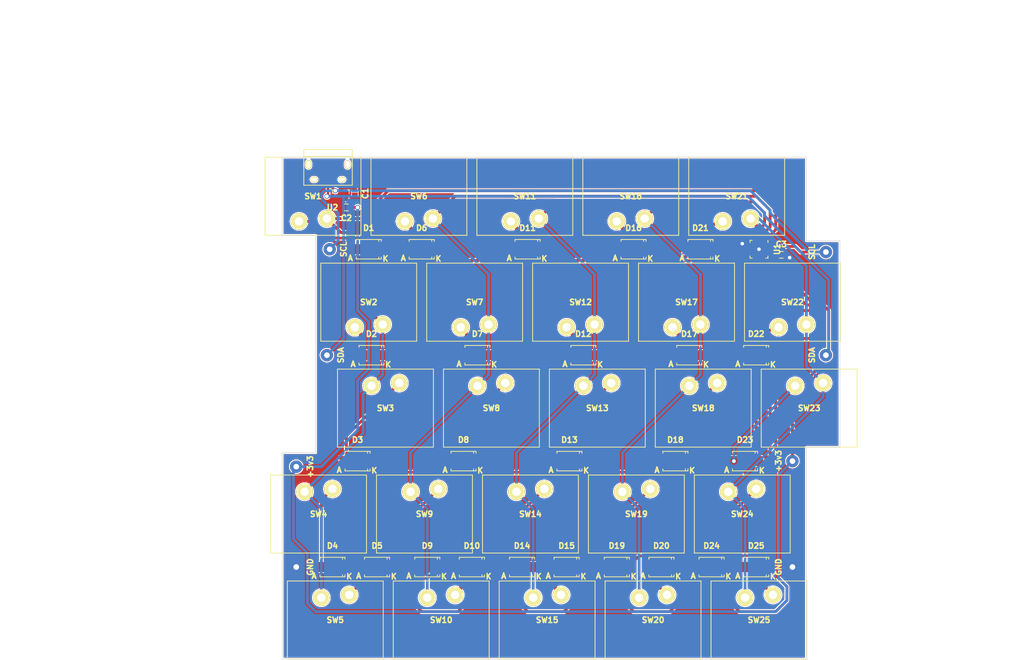
<source format=kicad_pcb>
(kicad_pcb (version 4) (host pcbnew "(2014-10-11 BZR 5175)-product")
  (layers (0 F.Cu signal) (31 B.Cu signal) (34 B.Paste user) (35 F.Paste user) (36 B.SilkS user) (37 F.SilkS user) (38 B.Mask user) (39 F.Mask user) (44 Edge.Cuts user))
  (net 0 "")
  (net 1 "Net-(D1-Pad1)")
  (net 2 "Net-(D1-Pad2)")
  (net 3 "Net-(D2-Pad1)")
  (net 4 "Net-(D3-Pad1)")
  (net 5 "Net-(D12-Pad2)")
  (net 6 "Net-(D4-Pad1)")
  (net 7 "Net-(D5-Pad1)")
  (net 8 "Net-(D6-Pad1)")
  (net 9 "Net-(D7-Pad1)")
  (net 10 "Net-(D8-Pad1)")
  (net 11 "Net-(D9-Pad1)")
  (net 12 "Net-(D10-Pad1)")
  (net 13 "Net-(D11-Pad1)")
  (net 14 "Net-(D12-Pad1)")
  (net 15 "Net-(D13-Pad1)")
  (net 16 "Net-(D14-Pad1)")
  (net 17 "Net-(D15-Pad1)")
  (net 18 "Net-(D16-Pad1)")
  (net 19 "Net-(D17-Pad1)")
  (net 20 "Net-(D18-Pad1)")
  (net 21 "Net-(D19-Pad1)")
  (net 22 "Net-(D20-Pad1)")
  (net 23 "Net-(D21-Pad1)")
  (net 24 "Net-(D22-Pad1)")
  (net 25 "Net-(D23-Pad1)")
  (net 26 "Net-(D24-Pad1)")
  (net 27 "Net-(D13-Pad2)")
  (net 28 "Net-(D14-Pad2)")
  (net 29 "Net-(D10-Pad2)")
  (net 30 "Net-(D25-Pad1)")
  (net 31 "Net-(SW1-Pad1)")
  (net 32 "Net-(SW10-Pad1)")
  (net 33 "Net-(SW11-Pad1)")
  (net 34 GND)
  (net 35 "Net-(SW16-Pad1)")
  (net 36 "Net-(SW21-Pad1)")
  (net 37 +3V3)
  (net 38 "Net-(C1-Pad1)")
  (net 39 "Net-(CON1-Pad2)")
  (net 40 "Net-(CON1-Pad3)")
  (module Discret:SW_Matias_Quiet (layer F.Cu) (at 106 94)
    (fp_text reference SW3 (at 2.5 4) (layer F.SilkS) (effects (font (thickness 0.25))))
    (fp_text value SW_PUSH_SMALL)
    (pad 1 thru_hole circle (at 0 0) (size 3 3) (drill 1.5) (layers *.Cu *.Mask F.SilkS) (net 31 "Net-(SW1-Pad1)"))
    (pad 2 thru_hole circle (at 5 -0.5) (size 3 3) (drill 1.5) (layers *.Cu *.Mask F.SilkS) (net 4 "Net-(D3-Pad1)"))
  )
  (module Discret:SW_Matias_Quiet (layer F.Cu) (at 94 113)
    (fp_text reference SW4 (at 2.5 4) (layer F.SilkS) (effects (font (thickness 0.25))))
    (fp_text value SW_PUSH_SMALL)
    (pad 1 thru_hole circle (at 0 0) (size 3 3) (drill 1.5) (layers *.Cu *.Mask F.SilkS) (net 31 "Net-(SW1-Pad1)"))
    (pad 2 thru_hole circle (at 5 -0.5) (size 3 3) (drill 1.5) (layers *.Cu *.Mask F.SilkS) (net 6 "Net-(D4-Pad1)"))
  )
  (module Discret:SW_Matias_Quiet (layer F.Cu) (at 117 64 180)
    (fp_text reference SW6 (at 2.5 4 180) (layer F.SilkS) (effects (font (thickness 0.25))))
    (fp_text value SW_PUSH_SMALL)
    (pad 1 thru_hole circle (at 0 0 180) (size 3 3) (drill 1.5) (layers *.Cu *.Mask F.SilkS) (net 32 "Net-(SW10-Pad1)"))
    (pad 2 thru_hole circle (at 5 -0.5 180) (size 3 3) (drill 1.5) (layers *.Cu *.Mask F.SilkS) (net 8 "Net-(D6-Pad1)"))
  )
  (module Diodes_SMD:Diode-SMA_Standard (layer F.Cu) (at 105.5 69.5)
    (fp_text reference D1 (at 0 -3.81) (layer F.SilkS) (effects (font (thickness 0.25))))
    (fp_text value DIODE)
    (fp_text user A (at -3.29946 1.6002) (layer F.SilkS) (effects (font (thickness 0.25))))
    (fp_text user K (at 2.99974 1.69926) (layer F.SilkS) (effects (font (thickness 0.25))))
    (pad 1 smd rect (at -1.99898 0) (size 2.49936 1.80086) (layers F.Cu F.Paste F.Mask) (net 1 "Net-(D1-Pad1)"))
    (pad 2 smd rect (at 1.99898 0) (size 2.49936 1.80086) (layers F.Cu F.Paste F.Mask) (net 2 "Net-(D1-Pad2)"))
  )
  (module Diodes_SMD:Diode-SMA_Standard (layer F.Cu) (at 106 88.5)
    (fp_text reference D2 (at 0 -3.81) (layer F.SilkS) (effects (font (thickness 0.25))))
    (fp_text value DIODE)
    (fp_text user A (at -3.29946 1.6002) (layer F.SilkS) (effects (font (thickness 0.25))))
    (fp_text user K (at 2.99974 1.69926) (layer F.SilkS) (effects (font (thickness 0.25))))
    (pad 1 smd rect (at -1.99898 0) (size 2.49936 1.80086) (layers F.Cu F.Paste F.Mask) (net 3 "Net-(D2-Pad1)"))
    (pad 2 smd rect (at 1.99898 0) (size 2.49936 1.80086) (layers F.Cu F.Paste F.Mask) (net 5 "Net-(D12-Pad2)"))
  )
  (module Diodes_SMD:Diode-SMA_Standard (layer F.Cu) (at 103.5 107.5)
    (fp_text reference D3 (at 0 -3.81) (layer F.SilkS) (effects (font (thickness 0.25))))
    (fp_text value DIODE)
    (fp_text user A (at -3.29946 1.6002) (layer F.SilkS) (effects (font (thickness 0.25))))
    (fp_text user K (at 2.99974 1.69926) (layer F.SilkS) (effects (font (thickness 0.25))))
    (pad 1 smd rect (at -1.99898 0) (size 2.49936 1.80086) (layers F.Cu F.Paste F.Mask) (net 4 "Net-(D3-Pad1)"))
    (pad 2 smd rect (at 1.99898 0) (size 2.49936 1.80086) (layers F.Cu F.Paste F.Mask) (net 27 "Net-(D13-Pad2)"))
  )
  (module Diodes_SMD:Diode-SMA_Standard (layer F.Cu) (at 99 126.5)
    (fp_text reference D4 (at 0 -3.81) (layer F.SilkS) (effects (font (thickness 0.25))))
    (fp_text value DIODE)
    (fp_text user A (at -3.29946 1.6002) (layer F.SilkS) (effects (font (thickness 0.25))))
    (fp_text user K (at 2.99974 1.69926) (layer F.SilkS) (effects (font (thickness 0.25))))
    (pad 1 smd rect (at -1.99898 0) (size 2.49936 1.80086) (layers F.Cu F.Paste F.Mask) (net 6 "Net-(D4-Pad1)"))
    (pad 2 smd rect (at 1.99898 0) (size 2.49936 1.80086) (layers F.Cu F.Paste F.Mask) (net 28 "Net-(D14-Pad2)"))
  )
  (module Diodes_SMD:Diode-SMA_Standard (layer F.Cu) (at 107 126.5)
    (fp_text reference D5 (at 0 -3.81) (layer F.SilkS) (effects (font (thickness 0.25))))
    (fp_text value DIODE)
    (fp_text user A (at -3.29946 1.6002) (layer F.SilkS) (effects (font (thickness 0.25))))
    (fp_text user K (at 2.99974 1.69926) (layer F.SilkS) (effects (font (thickness 0.25))))
    (pad 1 smd rect (at -1.99898 0) (size 2.49936 1.80086) (layers F.Cu F.Paste F.Mask) (net 7 "Net-(D5-Pad1)"))
    (pad 2 smd rect (at 1.99898 0) (size 2.49936 1.80086) (layers F.Cu F.Paste F.Mask) (net 29 "Net-(D10-Pad2)"))
  )
  (module Diodes_SMD:Diode-SMA_Standard (layer F.Cu) (at 115 69.5)
    (fp_text reference D6 (at 0 -3.81) (layer F.SilkS) (effects (font (thickness 0.25))))
    (fp_text value DIODE)
    (fp_text user A (at -3.29946 1.6002) (layer F.SilkS) (effects (font (thickness 0.25))))
    (fp_text user K (at 2.99974 1.69926) (layer F.SilkS) (effects (font (thickness 0.25))))
    (pad 1 smd rect (at -1.99898 0) (size 2.49936 1.80086) (layers F.Cu F.Paste F.Mask) (net 8 "Net-(D6-Pad1)"))
    (pad 2 smd rect (at 1.99898 0) (size 2.49936 1.80086) (layers F.Cu F.Paste F.Mask) (net 2 "Net-(D1-Pad2)"))
  )
  (module Diodes_SMD:Diode-SMA_Standard (layer F.Cu) (at 125 88.5)
    (fp_text reference D7 (at 0 -3.81) (layer F.SilkS) (effects (font (thickness 0.25))))
    (fp_text value DIODE)
    (fp_text user A (at -3.29946 1.6002) (layer F.SilkS) (effects (font (thickness 0.25))))
    (fp_text user K (at 2.99974 1.69926) (layer F.SilkS) (effects (font (thickness 0.25))))
    (pad 1 smd rect (at -1.99898 0) (size 2.49936 1.80086) (layers F.Cu F.Paste F.Mask) (net 9 "Net-(D7-Pad1)"))
    (pad 2 smd rect (at 1.99898 0) (size 2.49936 1.80086) (layers F.Cu F.Paste F.Mask) (net 5 "Net-(D12-Pad2)"))
  )
  (module Diodes_SMD:Diode-SMA_Standard (layer F.Cu) (at 122.5 107.5)
    (fp_text reference D8 (at 0 -3.81) (layer F.SilkS) (effects (font (thickness 0.25))))
    (fp_text value DIODE)
    (fp_text user A (at -3.29946 1.6002) (layer F.SilkS) (effects (font (thickness 0.25))))
    (fp_text user K (at 2.99974 1.69926) (layer F.SilkS) (effects (font (thickness 0.25))))
    (pad 1 smd rect (at -1.99898 0) (size 2.49936 1.80086) (layers F.Cu F.Paste F.Mask) (net 10 "Net-(D8-Pad1)"))
    (pad 2 smd rect (at 1.99898 0) (size 2.49936 1.80086) (layers F.Cu F.Paste F.Mask) (net 27 "Net-(D13-Pad2)"))
  )
  (module Diodes_SMD:Diode-SMA_Standard (layer F.Cu) (at 116 126.5)
    (fp_text reference D9 (at 0 -3.81) (layer F.SilkS) (effects (font (thickness 0.25))))
    (fp_text value DIODE)
    (fp_text user A (at -3.29946 1.6002) (layer F.SilkS) (effects (font (thickness 0.25))))
    (fp_text user K (at 2.99974 1.69926) (layer F.SilkS) (effects (font (thickness 0.25))))
    (pad 1 smd rect (at -1.99898 0) (size 2.49936 1.80086) (layers F.Cu F.Paste F.Mask) (net 11 "Net-(D9-Pad1)"))
    (pad 2 smd rect (at 1.99898 0) (size 2.49936 1.80086) (layers F.Cu F.Paste F.Mask) (net 28 "Net-(D14-Pad2)"))
  )
  (module Diodes_SMD:Diode-SMA_Standard (layer F.Cu) (at 124 126.5)
    (fp_text reference D10 (at 0 -3.81) (layer F.SilkS) (effects (font (thickness 0.25))))
    (fp_text value DIODE)
    (fp_text user A (at -3.29946 1.6002) (layer F.SilkS) (effects (font (thickness 0.25))))
    (fp_text user K (at 2.99974 1.69926) (layer F.SilkS) (effects (font (thickness 0.25))))
    (pad 1 smd rect (at -1.99898 0) (size 2.49936 1.80086) (layers F.Cu F.Paste F.Mask) (net 12 "Net-(D10-Pad1)"))
    (pad 2 smd rect (at 1.99898 0) (size 2.49936 1.80086) (layers F.Cu F.Paste F.Mask) (net 29 "Net-(D10-Pad2)"))
  )
  (module Diodes_SMD:Diode-SMA_Standard (layer F.Cu) (at 134 69.5)
    (fp_text reference D11 (at 0 -3.81) (layer F.SilkS) (effects (font (thickness 0.25))))
    (fp_text value DIODE)
    (fp_text user A (at -3.29946 1.6002) (layer F.SilkS) (effects (font (thickness 0.25))))
    (fp_text user K (at 2.99974 1.69926) (layer F.SilkS) (effects (font (thickness 0.25))))
    (pad 1 smd rect (at -1.99898 0) (size 2.49936 1.80086) (layers F.Cu F.Paste F.Mask) (net 13 "Net-(D11-Pad1)"))
    (pad 2 smd rect (at 1.99898 0) (size 2.49936 1.80086) (layers F.Cu F.Paste F.Mask) (net 2 "Net-(D1-Pad2)"))
  )
  (module Diodes_SMD:Diode-SMA_Standard (layer F.Cu) (at 144 88.5)
    (fp_text reference D12 (at 0 -3.81) (layer F.SilkS) (effects (font (thickness 0.25))))
    (fp_text value DIODE)
    (fp_text user A (at -3.29946 1.6002) (layer F.SilkS) (effects (font (thickness 0.25))))
    (fp_text user K (at 2.99974 1.69926) (layer F.SilkS) (effects (font (thickness 0.25))))
    (pad 1 smd rect (at -1.99898 0) (size 2.49936 1.80086) (layers F.Cu F.Paste F.Mask) (net 14 "Net-(D12-Pad1)"))
    (pad 2 smd rect (at 1.99898 0) (size 2.49936 1.80086) (layers F.Cu F.Paste F.Mask) (net 5 "Net-(D12-Pad2)"))
  )
  (module Diodes_SMD:Diode-SMA_Standard (layer F.Cu) (at 141.5 107.5)
    (fp_text reference D13 (at 0 -3.81) (layer F.SilkS) (effects (font (thickness 0.25))))
    (fp_text value DIODE)
    (fp_text user A (at -3.29946 1.6002) (layer F.SilkS) (effects (font (thickness 0.25))))
    (fp_text user K (at 2.99974 1.69926) (layer F.SilkS) (effects (font (thickness 0.25))))
    (pad 1 smd rect (at -1.99898 0) (size 2.49936 1.80086) (layers F.Cu F.Paste F.Mask) (net 15 "Net-(D13-Pad1)"))
    (pad 2 smd rect (at 1.99898 0) (size 2.49936 1.80086) (layers F.Cu F.Paste F.Mask) (net 27 "Net-(D13-Pad2)"))
  )
  (module Diodes_SMD:Diode-SMA_Standard (layer F.Cu) (at 133 126.5)
    (fp_text reference D14 (at 0 -3.81) (layer F.SilkS) (effects (font (thickness 0.25))))
    (fp_text value DIODE)
    (fp_text user A (at -3.29946 1.6002) (layer F.SilkS) (effects (font (thickness 0.25))))
    (fp_text user K (at 2.99974 1.69926) (layer F.SilkS) (effects (font (thickness 0.25))))
    (pad 1 smd rect (at -1.99898 0) (size 2.49936 1.80086) (layers F.Cu F.Paste F.Mask) (net 16 "Net-(D14-Pad1)"))
    (pad 2 smd rect (at 1.99898 0) (size 2.49936 1.80086) (layers F.Cu F.Paste F.Mask) (net 28 "Net-(D14-Pad2)"))
  )
  (module Diodes_SMD:Diode-SMA_Standard (layer F.Cu) (at 141 126.5)
    (fp_text reference D15 (at 0 -3.81) (layer F.SilkS) (effects (font (thickness 0.25))))
    (fp_text value DIODE)
    (fp_text user A (at -3.29946 1.6002) (layer F.SilkS) (effects (font (thickness 0.25))))
    (fp_text user K (at 2.99974 1.69926) (layer F.SilkS) (effects (font (thickness 0.25))))
    (pad 1 smd rect (at -1.99898 0) (size 2.49936 1.80086) (layers F.Cu F.Paste F.Mask) (net 17 "Net-(D15-Pad1)"))
    (pad 2 smd rect (at 1.99898 0) (size 2.49936 1.80086) (layers F.Cu F.Paste F.Mask) (net 29 "Net-(D10-Pad2)"))
  )
  (module Diodes_SMD:Diode-SMA_Standard (layer F.Cu) (at 153 69.5)
    (fp_text reference D16 (at 0 -3.81) (layer F.SilkS) (effects (font (thickness 0.25))))
    (fp_text value DIODE)
    (fp_text user A (at -3.29946 1.6002) (layer F.SilkS) (effects (font (thickness 0.25))))
    (fp_text user K (at 2.99974 1.69926) (layer F.SilkS) (effects (font (thickness 0.25))))
    (pad 1 smd rect (at -1.99898 0) (size 2.49936 1.80086) (layers F.Cu F.Paste F.Mask) (net 18 "Net-(D16-Pad1)"))
    (pad 2 smd rect (at 1.99898 0) (size 2.49936 1.80086) (layers F.Cu F.Paste F.Mask) (net 2 "Net-(D1-Pad2)"))
  )
  (module Diodes_SMD:Diode-SMA_Standard (layer F.Cu) (at 163 88.5)
    (fp_text reference D17 (at 0 -3.81) (layer F.SilkS) (effects (font (thickness 0.25))))
    (fp_text value DIODE)
    (fp_text user A (at -3.29946 1.6002) (layer F.SilkS) (effects (font (thickness 0.25))))
    (fp_text user K (at 2.99974 1.69926) (layer F.SilkS) (effects (font (thickness 0.25))))
    (pad 1 smd rect (at -1.99898 0) (size 2.49936 1.80086) (layers F.Cu F.Paste F.Mask) (net 19 "Net-(D17-Pad1)"))
    (pad 2 smd rect (at 1.99898 0) (size 2.49936 1.80086) (layers F.Cu F.Paste F.Mask) (net 5 "Net-(D12-Pad2)"))
  )
  (module Diodes_SMD:Diode-SMA_Standard (layer F.Cu) (at 160.5 107.5)
    (fp_text reference D18 (at 0 -3.81) (layer F.SilkS) (effects (font (thickness 0.25))))
    (fp_text value DIODE)
    (fp_text user A (at -3.29946 1.6002) (layer F.SilkS) (effects (font (thickness 0.25))))
    (fp_text user K (at 2.99974 1.69926) (layer F.SilkS) (effects (font (thickness 0.25))))
    (pad 1 smd rect (at -1.99898 0) (size 2.49936 1.80086) (layers F.Cu F.Paste F.Mask) (net 20 "Net-(D18-Pad1)"))
    (pad 2 smd rect (at 1.99898 0) (size 2.49936 1.80086) (layers F.Cu F.Paste F.Mask) (net 27 "Net-(D13-Pad2)"))
  )
  (module Diodes_SMD:Diode-SMA_Standard (layer F.Cu) (at 150 126.5)
    (fp_text reference D19 (at 0 -3.81) (layer F.SilkS) (effects (font (thickness 0.25))))
    (fp_text value DIODE)
    (fp_text user A (at -3.29946 1.6002) (layer F.SilkS) (effects (font (thickness 0.25))))
    (fp_text user K (at 2.99974 1.69926) (layer F.SilkS) (effects (font (thickness 0.25))))
    (pad 1 smd rect (at -1.99898 0) (size 2.49936 1.80086) (layers F.Cu F.Paste F.Mask) (net 21 "Net-(D19-Pad1)"))
    (pad 2 smd rect (at 1.99898 0) (size 2.49936 1.80086) (layers F.Cu F.Paste F.Mask) (net 28 "Net-(D14-Pad2)"))
  )
  (module Diodes_SMD:Diode-SMA_Standard (layer F.Cu) (at 158 126.5)
    (fp_text reference D20 (at 0 -3.81) (layer F.SilkS) (effects (font (thickness 0.25))))
    (fp_text value DIODE)
    (fp_text user A (at -3.29946 1.6002) (layer F.SilkS) (effects (font (thickness 0.25))))
    (fp_text user K (at 2.99974 1.69926) (layer F.SilkS) (effects (font (thickness 0.25))))
    (pad 1 smd rect (at -1.99898 0) (size 2.49936 1.80086) (layers F.Cu F.Paste F.Mask) (net 22 "Net-(D20-Pad1)"))
    (pad 2 smd rect (at 1.99898 0) (size 2.49936 1.80086) (layers F.Cu F.Paste F.Mask) (net 29 "Net-(D10-Pad2)"))
  )
  (module Diodes_SMD:Diode-SMA_Standard (layer F.Cu) (at 165 69.5)
    (fp_text reference D21 (at 0 -3.81) (layer F.SilkS) (effects (font (thickness 0.25))))
    (fp_text value DIODE)
    (fp_text user A (at -3.29946 1.6002) (layer F.SilkS) (effects (font (thickness 0.25))))
    (fp_text user K (at 2.99974 1.69926) (layer F.SilkS) (effects (font (thickness 0.25))))
    (pad 1 smd rect (at -1.99898 0) (size 2.49936 1.80086) (layers F.Cu F.Paste F.Mask) (net 23 "Net-(D21-Pad1)"))
    (pad 2 smd rect (at 1.99898 0) (size 2.49936 1.80086) (layers F.Cu F.Paste F.Mask) (net 2 "Net-(D1-Pad2)"))
  )
  (module Diodes_SMD:Diode-SMA_Standard (layer F.Cu) (at 175 88.5)
    (fp_text reference D22 (at 0 -3.81) (layer F.SilkS) (effects (font (thickness 0.25))))
    (fp_text value DIODE)
    (fp_text user A (at -3.29946 1.6002) (layer F.SilkS) (effects (font (thickness 0.25))))
    (fp_text user K (at 2.99974 1.69926) (layer F.SilkS) (effects (font (thickness 0.25))))
    (pad 1 smd rect (at -1.99898 0) (size 2.49936 1.80086) (layers F.Cu F.Paste F.Mask) (net 24 "Net-(D22-Pad1)"))
    (pad 2 smd rect (at 1.99898 0) (size 2.49936 1.80086) (layers F.Cu F.Paste F.Mask) (net 5 "Net-(D12-Pad2)"))
  )
  (module Diodes_SMD:Diode-SMA_Standard (layer F.Cu) (at 173 107.5)
    (fp_text reference D23 (at 0 -3.81) (layer F.SilkS) (effects (font (thickness 0.25))))
    (fp_text value DIODE)
    (fp_text user A (at -3.29946 1.6002) (layer F.SilkS) (effects (font (thickness 0.25))))
    (fp_text user K (at 2.99974 1.69926) (layer F.SilkS) (effects (font (thickness 0.25))))
    (pad 1 smd rect (at -1.99898 0) (size 2.49936 1.80086) (layers F.Cu F.Paste F.Mask) (net 25 "Net-(D23-Pad1)"))
    (pad 2 smd rect (at 1.99898 0) (size 2.49936 1.80086) (layers F.Cu F.Paste F.Mask) (net 27 "Net-(D13-Pad2)"))
  )
  (module Diodes_SMD:Diode-SMA_Standard (layer F.Cu) (at 167 126.5)
    (fp_text reference D24 (at 0 -3.81) (layer F.SilkS) (effects (font (thickness 0.25))))
    (fp_text value DIODE)
    (fp_text user A (at -3.29946 1.6002) (layer F.SilkS) (effects (font (thickness 0.25))))
    (fp_text user K (at 2.99974 1.69926) (layer F.SilkS) (effects (font (thickness 0.25))))
    (pad 1 smd rect (at -1.99898 0) (size 2.49936 1.80086) (layers F.Cu F.Paste F.Mask) (net 26 "Net-(D24-Pad1)"))
    (pad 2 smd rect (at 1.99898 0) (size 2.49936 1.80086) (layers F.Cu F.Paste F.Mask) (net 28 "Net-(D14-Pad2)"))
  )
  (module Discret:SW_Matias_Quiet (layer F.Cu) (at 98 64 180)
    (fp_text reference SW1 (at 2.5 4 180) (layer F.SilkS) (effects (font (thickness 0.25))))
    (fp_text value SW_PUSH_SMALL hide)
    (pad 1 thru_hole circle (at 0 0 180) (size 3 3) (drill 1.5) (layers *.Cu *.Mask F.SilkS) (net 31 "Net-(SW1-Pad1)"))
    (pad 2 thru_hole circle (at 5 -0.5 180) (size 3 3) (drill 1.5) (layers *.Cu *.Mask F.SilkS) (net 1 "Net-(D1-Pad1)"))
  )
  (module Discret:SW_Matias_Quiet (layer F.Cu) (at 108 83 180)
    (fp_text reference SW2 (at 2.5 4 180) (layer F.SilkS) (effects (font (thickness 0.25))))
    (fp_text value SW_PUSH_SMALL)
    (pad 1 thru_hole circle (at 0 0 180) (size 3 3) (drill 1.5) (layers *.Cu *.Mask F.SilkS) (net 31 "Net-(SW1-Pad1)"))
    (pad 2 thru_hole circle (at 5 -0.5 180) (size 3 3) (drill 1.5) (layers *.Cu *.Mask F.SilkS) (net 3 "Net-(D2-Pad1)"))
  )
  (module Discret:SW_Matias_Quiet (layer F.Cu) (at 97 132)
    (fp_text reference SW5 (at 2.5 4) (layer F.SilkS) (effects (font (thickness 0.25))))
    (fp_text value SW_PUSH_SMALL)
    (pad 1 thru_hole circle (at 0 0) (size 3 3) (drill 1.5) (layers *.Cu *.Mask F.SilkS) (net 31 "Net-(SW1-Pad1)"))
    (pad 2 thru_hole circle (at 5 -0.5) (size 3 3) (drill 1.5) (layers *.Cu *.Mask F.SilkS) (net 7 "Net-(D5-Pad1)"))
  )
  (module Discret:SW_Matias_Quiet (layer F.Cu) (at 127 83 180)
    (fp_text reference SW7 (at 2.5 4 180) (layer F.SilkS) (effects (font (thickness 0.25))))
    (fp_text value SW_PUSH_SMALL)
    (pad 1 thru_hole circle (at 0 0 180) (size 3 3) (drill 1.5) (layers *.Cu *.Mask F.SilkS) (net 32 "Net-(SW10-Pad1)"))
    (pad 2 thru_hole circle (at 5 -0.5 180) (size 3 3) (drill 1.5) (layers *.Cu *.Mask F.SilkS) (net 9 "Net-(D7-Pad1)"))
  )
  (module Discret:SW_Matias_Quiet (layer F.Cu) (at 125 94)
    (fp_text reference SW8 (at 2.5 4) (layer F.SilkS) (effects (font (thickness 0.25))))
    (fp_text value SW_PUSH_SMALL)
    (pad 1 thru_hole circle (at 0 0) (size 3 3) (drill 1.5) (layers *.Cu *.Mask F.SilkS) (net 32 "Net-(SW10-Pad1)"))
    (pad 2 thru_hole circle (at 5 -0.5) (size 3 3) (drill 1.5) (layers *.Cu *.Mask F.SilkS) (net 10 "Net-(D8-Pad1)"))
  )
  (module Discret:SW_Matias_Quiet (layer F.Cu) (at 113 113)
    (fp_text reference SW9 (at 2.5 4) (layer F.SilkS) (effects (font (thickness 0.25))))
    (fp_text value SW_PUSH_SMALL)
    (pad 1 thru_hole circle (at 0 0) (size 3 3) (drill 1.5) (layers *.Cu *.Mask F.SilkS) (net 32 "Net-(SW10-Pad1)"))
    (pad 2 thru_hole circle (at 5 -0.5) (size 3 3) (drill 1.5) (layers *.Cu *.Mask F.SilkS) (net 11 "Net-(D9-Pad1)"))
  )
  (module Discret:SW_Matias_Quiet (layer F.Cu) (at 116 132)
    (fp_text reference SW10 (at 2.5 4) (layer F.SilkS) (effects (font (thickness 0.25))))
    (fp_text value SW_PUSH_SMALL)
    (pad 1 thru_hole circle (at 0 0) (size 3 3) (drill 1.5) (layers *.Cu *.Mask F.SilkS) (net 32 "Net-(SW10-Pad1)"))
    (pad 2 thru_hole circle (at 5 -0.5) (size 3 3) (drill 1.5) (layers *.Cu *.Mask F.SilkS) (net 12 "Net-(D10-Pad1)"))
  )
  (module Discret:SW_Matias_Quiet (layer F.Cu) (at 136 64 180)
    (fp_text reference SW11 (at 2.5 4 180) (layer F.SilkS) (effects (font (thickness 0.25))))
    (fp_text value SW_PUSH_SMALL)
    (pad 1 thru_hole circle (at 0 0 180) (size 3 3) (drill 1.5) (layers *.Cu *.Mask F.SilkS) (net 33 "Net-(SW11-Pad1)"))
    (pad 2 thru_hole circle (at 5 -0.5 180) (size 3 3) (drill 1.5) (layers *.Cu *.Mask F.SilkS) (net 13 "Net-(D11-Pad1)"))
  )
  (module Discret:SW_Matias_Quiet (layer F.Cu) (at 146 83 180)
    (fp_text reference SW12 (at 2.5 4 180) (layer F.SilkS) (effects (font (thickness 0.25))))
    (fp_text value SW_PUSH_SMALL)
    (pad 1 thru_hole circle (at 0 0 180) (size 3 3) (drill 1.5) (layers *.Cu *.Mask F.SilkS) (net 33 "Net-(SW11-Pad1)"))
    (pad 2 thru_hole circle (at 5 -0.5 180) (size 3 3) (drill 1.5) (layers *.Cu *.Mask F.SilkS) (net 14 "Net-(D12-Pad1)"))
  )
  (module Discret:SW_Matias_Quiet (layer F.Cu) (at 144 94)
    (fp_text reference SW13 (at 2.5 4) (layer F.SilkS) (effects (font (thickness 0.25))))
    (fp_text value SW_PUSH_SMALL)
    (pad 1 thru_hole circle (at 0 0) (size 3 3) (drill 1.5) (layers *.Cu *.Mask F.SilkS) (net 33 "Net-(SW11-Pad1)"))
    (pad 2 thru_hole circle (at 5 -0.5) (size 3 3) (drill 1.5) (layers *.Cu *.Mask F.SilkS) (net 15 "Net-(D13-Pad1)"))
  )
  (module Discret:SW_Matias_Quiet (layer F.Cu) (at 132 113)
    (fp_text reference SW14 (at 2.5 4) (layer F.SilkS) (effects (font (thickness 0.25))))
    (fp_text value SW_PUSH_SMALL)
    (pad 1 thru_hole circle (at 0 0) (size 3 3) (drill 1.5) (layers *.Cu *.Mask F.SilkS) (net 33 "Net-(SW11-Pad1)"))
    (pad 2 thru_hole circle (at 5 -0.5) (size 3 3) (drill 1.5) (layers *.Cu *.Mask F.SilkS) (net 16 "Net-(D14-Pad1)"))
  )
  (module Discret:SW_Matias_Quiet (layer F.Cu) (at 135 132)
    (fp_text reference SW15 (at 2.5 4) (layer F.SilkS) (effects (font (thickness 0.25))))
    (fp_text value SW_PUSH_SMALL)
    (pad 1 thru_hole circle (at 0 0) (size 3 3) (drill 1.5) (layers *.Cu *.Mask F.SilkS) (net 33 "Net-(SW11-Pad1)"))
    (pad 2 thru_hole circle (at 5 -0.5) (size 3 3) (drill 1.5) (layers *.Cu *.Mask F.SilkS) (net 17 "Net-(D15-Pad1)"))
  )
  (module Discret:SW_Matias_Quiet (layer F.Cu) (at 155 64 180)
    (fp_text reference SW16 (at 2.5 4 180) (layer F.SilkS) (effects (font (thickness 0.25))))
    (fp_text value SW_PUSH_SMALL)
    (pad 1 thru_hole circle (at 0 0 180) (size 3 3) (drill 1.5) (layers *.Cu *.Mask F.SilkS) (net 35 "Net-(SW16-Pad1)"))
    (pad 2 thru_hole circle (at 5 -0.5 180) (size 3 3) (drill 1.5) (layers *.Cu *.Mask F.SilkS) (net 18 "Net-(D16-Pad1)"))
  )
  (module Discret:SW_Matias_Quiet (layer F.Cu) (at 165 83 180)
    (fp_text reference SW17 (at 2.5 4 180) (layer F.SilkS) (effects (font (thickness 0.25))))
    (fp_text value SW_PUSH_SMALL)
    (pad 1 thru_hole circle (at 0 0 180) (size 3 3) (drill 1.5) (layers *.Cu *.Mask F.SilkS) (net 35 "Net-(SW16-Pad1)"))
    (pad 2 thru_hole circle (at 5 -0.5 180) (size 3 3) (drill 1.5) (layers *.Cu *.Mask F.SilkS) (net 19 "Net-(D17-Pad1)"))
  )
  (module Discret:SW_Matias_Quiet (layer F.Cu) (at 163 94)
    (fp_text reference SW18 (at 2.5 4) (layer F.SilkS) (effects (font (thickness 0.25))))
    (fp_text value SW_PUSH_SMALL)
    (pad 1 thru_hole circle (at 0 0) (size 3 3) (drill 1.5) (layers *.Cu *.Mask F.SilkS) (net 35 "Net-(SW16-Pad1)"))
    (pad 2 thru_hole circle (at 5 -0.5) (size 3 3) (drill 1.5) (layers *.Cu *.Mask F.SilkS) (net 20 "Net-(D18-Pad1)"))
  )
  (module Discret:SW_Matias_Quiet (layer F.Cu) (at 151 113)
    (fp_text reference SW19 (at 2.5 4) (layer F.SilkS) (effects (font (thickness 0.25))))
    (fp_text value SW_PUSH_SMALL)
    (pad 1 thru_hole circle (at 0 0) (size 3 3) (drill 1.5) (layers *.Cu *.Mask F.SilkS) (net 35 "Net-(SW16-Pad1)"))
    (pad 2 thru_hole circle (at 5 -0.5) (size 3 3) (drill 1.5) (layers *.Cu *.Mask F.SilkS) (net 21 "Net-(D19-Pad1)"))
  )
  (module Discret:SW_Matias_Quiet (layer F.Cu) (at 154 132)
    (fp_text reference SW20 (at 2.5 4) (layer F.SilkS) (effects (font (thickness 0.25))))
    (fp_text value SW_PUSH_SMALL)
    (pad 1 thru_hole circle (at 0 0) (size 3 3) (drill 1.5) (layers *.Cu *.Mask F.SilkS) (net 35 "Net-(SW16-Pad1)"))
    (pad 2 thru_hole circle (at 5 -0.5) (size 3 3) (drill 1.5) (layers *.Cu *.Mask F.SilkS) (net 22 "Net-(D20-Pad1)"))
  )
  (module Discret:SW_Matias_Quiet (layer F.Cu) (at 174 64 180)
    (fp_text reference SW21 (at 2.5 4 180) (layer F.SilkS) (effects (font (thickness 0.25))))
    (fp_text value SW_PUSH_SMALL)
    (pad 1 thru_hole circle (at 0 0 180) (size 3 3) (drill 1.5) (layers *.Cu *.Mask F.SilkS) (net 36 "Net-(SW21-Pad1)"))
    (pad 2 thru_hole circle (at 5 -0.5 180) (size 3 3) (drill 1.5) (layers *.Cu *.Mask F.SilkS) (net 23 "Net-(D21-Pad1)"))
  )
  (module Discret:SW_Matias_Quiet (layer F.Cu) (at 184 83 180)
    (fp_text reference SW22 (at 2.5 4 180) (layer F.SilkS) (effects (font (thickness 0.25))))
    (fp_text value SW_PUSH_SMALL)
    (pad 1 thru_hole circle (at 0 0 180) (size 3 3) (drill 1.5) (layers *.Cu *.Mask F.SilkS) (net 36 "Net-(SW21-Pad1)"))
    (pad 2 thru_hole circle (at 5 -0.5 180) (size 3 3) (drill 1.5) (layers *.Cu *.Mask F.SilkS) (net 24 "Net-(D22-Pad1)"))
  )
  (module Discret:SW_Matias_Quiet (layer F.Cu) (at 182 94)
    (fp_text reference SW23 (at 2.5 4) (layer F.SilkS) (effects (font (thickness 0.25))))
    (fp_text value SW_PUSH_SMALL)
    (pad 1 thru_hole circle (at 0 0) (size 3 3) (drill 1.5) (layers *.Cu *.Mask F.SilkS) (net 25 "Net-(D23-Pad1)"))
    (pad 2 thru_hole circle (at 5 -0.5) (size 3 3) (drill 1.5) (layers *.Cu *.Mask F.SilkS) (net 36 "Net-(SW21-Pad1)"))
  )
  (module Discret:SW_Matias_Quiet (layer F.Cu) (at 170 113)
    (fp_text reference SW24 (at 2.5 4) (layer F.SilkS) (effects (font (thickness 0.25))))
    (fp_text value SW_PUSH_SMALL)
    (pad 1 thru_hole circle (at 0 0) (size 3 3) (drill 1.5) (layers *.Cu *.Mask F.SilkS) (net 36 "Net-(SW21-Pad1)"))
    (pad 2 thru_hole circle (at 5 -0.5) (size 3 3) (drill 1.5) (layers *.Cu *.Mask F.SilkS) (net 26 "Net-(D24-Pad1)"))
  )
  (module DFN_QFN:QFN-24-1EP_3x3mm_Pitch0.4mm (layer F.Cu) (at 175.5 69.5 270)
    (fp_text reference U1 (at 0 -3.25 270) (layer F.SilkS) (effects (font (thickness 0.25))))
    (fp_text value ADP5589)
    (pad 1 smd rect (at -1.5 -1 270) (size 0.55 0.2) (layers F.Cu F.Paste F.Mask) (net 31 "Net-(SW1-Pad1)"))
    (pad 2 smd rect (at -1.5 -0.6 270) (size 0.55 0.2) (layers F.Cu F.Paste F.Mask) (net 32 "Net-(SW10-Pad1)"))
    (pad 3 smd rect (at -1.5 -0.2 270) (size 0.55 0.2) (layers F.Cu F.Paste F.Mask) (net 33 "Net-(SW11-Pad1)"))
    (pad 4 smd rect (at -1.5 0.2 270) (size 0.55 0.2) (layers F.Cu F.Paste F.Mask) (net 36 "Net-(SW21-Pad1)"))
    (pad 5 smd rect (at -1.5 0.6 270) (size 0.55 0.2) (layers F.Cu F.Paste F.Mask) (net 35 "Net-(SW16-Pad1)"))
    (pad 6 smd rect (at -1.5 1 270) (size 0.55 0.2) (layers F.Cu F.Paste F.Mask))
    (pad 7 smd rect (at -1 1.5) (size 0.55 0.2) (layers F.Cu F.Paste F.Mask))
    (pad 8 smd rect (at -0.6 1.5) (size 0.55 0.2) (layers F.Cu F.Paste F.Mask))
    (pad 9 smd rect (at -0.2 1.5) (size 0.55 0.2) (layers F.Cu F.Paste F.Mask))
    (pad 10 smd rect (at 0.2 1.5) (size 0.55 0.2) (layers F.Cu F.Paste F.Mask))
    (pad 11 smd rect (at 0.6 1.5) (size 0.55 0.2) (layers F.Cu F.Paste F.Mask) (net 2 "Net-(D1-Pad2)"))
    (pad 12 smd rect (at 1 1.5) (size 0.55 0.2) (layers F.Cu F.Paste F.Mask) (net 5 "Net-(D12-Pad2)"))
    (pad 13 smd rect (at 1.5 1 270) (size 0.55 0.2) (layers F.Cu F.Paste F.Mask) (net 27 "Net-(D13-Pad2)"))
    (pad 14 smd rect (at 1.5 0.6 270) (size 0.55 0.2) (layers F.Cu F.Paste F.Mask) (net 28 "Net-(D14-Pad2)"))
    (pad 15 smd rect (at 1.5 0.2 270) (size 0.55 0.2) (layers F.Cu F.Paste F.Mask) (net 29 "Net-(D10-Pad2)"))
    (pad 16 smd rect (at 1.5 -0.2 270) (size 0.55 0.2) (layers F.Cu F.Paste F.Mask))
    (pad 17 smd rect (at 1.5 -0.6 270) (size 0.55 0.2) (layers F.Cu F.Paste F.Mask) (net 37 +3V3))
    (pad 18 smd rect (at 1.5 -1 270) (size 0.55 0.2) (layers F.Cu F.Paste F.Mask) (net 37 +3V3))
    (pad 19 smd rect (at 1 -1.5) (size 0.55 0.2) (layers F.Cu F.Paste F.Mask))
    (pad 20 smd rect (at 0.6 -1.5) (size 0.55 0.2) (layers F.Cu F.Paste F.Mask))
    (pad 21 smd rect (at 0.2 -1.5) (size 0.55 0.2) (layers F.Cu F.Paste F.Mask))
    (pad 22 smd rect (at -0.2 -1.5) (size 0.55 0.2) (layers F.Cu F.Paste F.Mask) (net 40 "Net-(CON1-Pad3)"))
    (pad 23 smd rect (at -0.6 -1.5) (size 0.55 0.2) (layers F.Cu F.Paste F.Mask) (net 39 "Net-(CON1-Pad2)"))
    (pad 24 smd rect (at -1 -1.5) (size 0.55 0.2) (layers F.Cu F.Paste F.Mask))
    (pad 25 smd rect (at 0.435 0.4 270) (size 0.875 0.8) (layers F.Cu F.Paste F.Mask) (net 34 GND))
    (pad 25 smd rect (at 0.435 -0.4 270) (size 0.875 0.8) (layers F.Cu F.Paste F.Mask) (net 34 GND) (clearance 0.1))
    (pad 25 smd rect (at -0.435 0.4 270) (size 0.875 0.8) (layers F.Cu F.Paste F.Mask) (net 34 GND) (clearance 0.1))
    (pad 25 smd rect (at -0.435 -0.4 270) (size 0.875 0.8) (layers F.Cu F.Paste F.Mask) (net 34 GND) (clearance 0.2))
  )
  (module Diodes_SMD:Diode-SMA_Standard (layer F.Cu) (at 175 126.5)
    (fp_text reference D25 (at 0 -3.81) (layer F.SilkS) (effects (font (thickness 0.25))))
    (fp_text value DIODE)
    (fp_text user A (at -3.29946 1.6002) (layer F.SilkS) (effects (font (thickness 0.25))))
    (fp_text user K (at 2.99974 1.69926) (layer F.SilkS) (effects (font (thickness 0.25))))
    (pad 1 smd rect (at -1.99898 0) (size 2.49936 1.80086) (layers F.Cu F.Paste F.Mask) (net 30 "Net-(D25-Pad1)"))
    (pad 2 smd rect (at 1.99898 0) (size 2.49936 1.80086) (layers F.Cu F.Paste F.Mask) (net 29 "Net-(D10-Pad2)"))
  )
  (module Discret:SW_Matias_Quiet (layer F.Cu) (at 173 132)
    (fp_text reference SW25 (at 2.5 4) (layer F.SilkS) (effects (font (thickness 0.25))))
    (fp_text value SW_PUSH_SMALL)
    (pad 1 thru_hole circle (at 0 0) (size 3 3) (drill 1.5) (layers *.Cu *.Mask F.SilkS) (net 36 "Net-(SW21-Pad1)"))
    (pad 2 thru_hole circle (at 5 -0.5) (size 3 3) (drill 1.5) (layers *.Cu *.Mask F.SilkS) (net 30 "Net-(D25-Pad1)"))
  )
  (module local:Pin_Header_Straight_1x01 (layer F.Cu) (at 92.5 126.5)
    (fp_text reference P1 hide)
    (fp_text value GND (at 2.5 0 90) (layer F.SilkS) (effects (font (thickness 0.25))))
    (pad 1 thru_hole circle (at 0 0) (size 2.2352 2.2352) (drill 1.016) (layers *.Cu) (net 34 GND))
  )
  (module local:Pin_Header_Straight_1x01 (layer F.Cu) (at 181.5 126.5)
    (fp_text reference P2 hide)
    (fp_text value GND (at -2.5 0 90) (layer F.SilkS) (effects (font (thickness 0.25))))
    (pad 1 thru_hole circle (at 0 0) (size 2.2352 2.2352) (drill 1.016) (layers *.Cu) (net 34 GND))
  )
  (module local:Pin_Header_Straight_1x01 (layer F.Cu) (at 92.5 108.5)
    (fp_text reference P3 hide)
    (fp_text value +3v3 (at 2.5 0 90) (layer F.SilkS) (effects (font (thickness 0.25))))
    (pad 1 thru_hole circle (at 0 0) (size 2.2352 2.2352) (drill 1.016) (layers *.Cu) (net 37 +3V3))
  )
  (module local:Pin_Header_Straight_1x01 (layer F.Cu) (at 181.5 107.5)
    (fp_text reference P4 hide)
    (fp_text value +3v3 (at -2.5 0 90) (layer F.SilkS) (effects (font (thickness 0.25))))
    (pad 1 thru_hole circle (at 0 0) (size 2.2352 2.2352) (drill 1.016) (layers *.Cu) (net 37 +3V3))
  )
  (module local:Pin_Header_Straight_1x01 (layer F.Cu) (at 187.5 88.5)
    (fp_text reference P5 hide)
    (fp_text value SDA (at -2.5 0 90) (layer F.SilkS) (effects (font (thickness 0.25))))
    (pad 1 thru_hole circle (at 0 0) (size 2.2352 2.2352) (drill 1.016) (layers *.Cu) (net 40 "Net-(CON1-Pad3)"))
  )
  (module local:Pin_Header_Straight_1x01 (layer F.Cu) (at 98 88.5)
    (fp_text reference P6 hide)
    (fp_text value SDA (at 2.5 0 90) (layer F.SilkS) (effects (font (thickness 0.25))))
    (pad 1 thru_hole circle (at 0 0) (size 2.2352 2.2352) (drill 1.016) (layers *.Cu) (net 40 "Net-(CON1-Pad3)"))
  )
  (module local:Pin_Header_Straight_1x01 (layer F.Cu) (at 98.5 69.5)
    (fp_text reference P7 (at 0 -5.1) (layer F.SilkS) (effects (font (thickness 0.25))))
    (fp_text value SCL (at 2.5 0 90) (layer F.SilkS) (effects (font (thickness 0.25))))
    (pad 1 thru_hole circle (at 0 0) (size 2.2352 2.2352) (drill 1.016) (layers *.Cu) (net 39 "Net-(CON1-Pad2)"))
  )
  (module local:Pin_Header_Straight_1x01 (layer F.Cu) (at 187.5 70)
    (fp_text reference P8 hide)
    (fp_text value SCL (at -2.5 0 90) (layer F.SilkS) (effects (font (thickness 0.25))))
    (pad 1 thru_hole circle (at 0 0) (size 2.2352 2.2352) (drill 1.016) (layers *.Cu) (net 39 "Net-(CON1-Pad2)"))
  )
  (module Capacitors_SMD:C_0603 (layer F.Cu) (at 103 59.5 270)
    (fp_text reference C1 (at 0 -1.9 270) (layer F.SilkS) (effects (font (thickness 0.25))))
    (fp_text value C)
    (pad 1 smd rect (at -0.75 0 270) (size 0.8 0.75) (layers F.Cu F.Paste F.Mask) (net 38 "Net-(C1-Pad1)"))
    (pad 2 smd rect (at 0.75 0 270) (size 0.8 0.75) (layers F.Cu F.Paste F.Mask) (net 34 GND))
  )
  (module Capacitors_SMD:C_0603 (layer F.Cu) (at 101.5 62 180)
    (fp_text reference C2 (at 0 -1.9 180) (layer F.SilkS) (effects (font (thickness 0.25))))
    (fp_text value C)
    (pad 1 smd rect (at -0.75 0 180) (size 0.8 0.75) (layers F.Cu F.Paste F.Mask) (net 37 +3V3))
    (pad 2 smd rect (at 0.75 0 180) (size 0.8 0.75) (layers F.Cu F.Paste F.Mask) (net 34 GND))
  )
  (module Connect:USB_Micro-B (layer F.Cu) (at 99.5 57 270)
    (fp_text reference CON1 hide)
    (fp_text value USB-MICRO-B hide)
    (pad 1 smd rect (at 0 0 270) (size 1.35 0.4) (layers F.Cu F.Paste F.Mask) (net 38 "Net-(C1-Pad1)"))
    (pad 2 smd rect (at 0 0.65 270) (size 1.35 0.4) (layers F.Cu F.Paste F.Mask) (net 39 "Net-(CON1-Pad2)"))
    (pad 3 smd rect (at 0 1.3 270) (size 1.35 0.4) (layers F.Cu F.Paste F.Mask) (net 40 "Net-(CON1-Pad3)"))
    (pad 4 smd rect (at 0 1.95 270) (size 1.35 0.4) (layers F.Cu F.Paste F.Mask))
    (pad 5 smd rect (at 0 2.6 270) (size 1.35 0.4) (layers F.Cu F.Paste F.Mask) (net 34 GND))
    (pad 6 thru_hole oval (at 0 -1.2 270) (size 0.95 1.25) (drill oval 0.55 0.85) (layers *.Cu *.Mask F.SilkS))
    (pad 7 thru_hole oval (at 0 3.8 270) (size 0.95 1.25) (drill oval 0.55 0.85) (layers *.Cu *.Mask F.SilkS))
    (pad 8 thru_hole oval (at -2.7 -2.2 270) (size 1.55 1) (drill oval 1.15 0.5) (layers *.Cu *.Mask F.SilkS))
    (pad 9 thru_hole oval (at -2.7 4.8 270) (size 1.55 1) (drill oval 1.15 0.5) (layers *.Cu *.Mask F.SilkS))
  )
  (module Housings_SOT-23_SOT-143_TSOT-6:SOT-23 (layer F.Cu) (at 100.5 59.5)
    (fp_text reference U2 (at -1.5 2.5) (layer F.SilkS) (effects (font (thickness 0.25))))
    (fp_text value APE8865N-33-HF-3 hide)
    (pad 1 smd rect (at -0.95 1.00076) (size 0.8001 0.8001) (layers F.Cu F.Paste F.Mask) (net 34 GND))
    (pad 2 smd rect (at 0.95 1.00076) (size 0.8001 0.8001) (layers F.Cu F.Paste F.Mask) (net 37 +3V3))
    (pad 3 smd rect (at 0 -0.99822) (size 0.8001 0.8001) (layers F.Cu F.Paste F.Mask) (net 38 "Net-(C1-Pad1)"))
  )
  (module Capacitors_SMD:C_0603 (layer F.Cu) (at 179.5 70.5)
    (fp_text reference C3 (at 0 -1.9) (layer F.SilkS) (effects (font (thickness 0.25))))
    (fp_text value C)
    (pad 1 smd rect (at -0.75 0) (size 0.8 0.75) (layers F.Cu F.Paste F.Mask) (net 37 +3V3))
    (pad 2 smd rect (at 0.75 0) (size 0.8 0.75) (layers F.Cu F.Paste F.Mask) (net 34 GND))
  )
  (gr_line (start 90 53) (end 90 67) (angle 90) (layer Edge.Cuts) (width 0.1))
  (gr_line (start 184 68) (end 184 53) (angle 90) (layer Edge.Cuts) (width 0.1))
  (gr_line (start 90 53) (end 184 53) (angle 90) (layer Edge.Cuts) (width 0.1))
  (gr_line (start 184 105) (end 190 105) (angle 90) (layer Edge.Cuts) (width 0.1))
  (gr_line (start 184 143) (end 184 105) (angle 90) (layer Edge.Cuts) (width 0.1))
  (gr_line (start 190 68) (end 184 68) (angle 90) (layer Edge.Cuts) (width 0.1))
  (gr_line (start 190 105) (end 190 68) (angle 90) (layer Edge.Cuts) (width 0.1))
  (gr_line (start 90 106) (end 90 143) (angle 90) (layer Edge.Cuts) (width 0.1))
  (gr_line (start 96 106) (end 90 106) (angle 90) (layer Edge.Cuts) (width 0.1))
  (gr_line (start 96 67) (end 96 106) (angle 90) (layer Edge.Cuts) (width 0.1))
  (gr_line (start 90 67) (end 96 67) (angle 90) (layer Edge.Cuts) (width 0.1))
  (gr_line (start 90 143) (end 184 143) (angle 90) (layer Edge.Cuts) (width 0.1))
  (segment (start 93 64.5) (end 95.5 64.5) (width 0.5) (layer F.Cu) (net 1))
  (segment (start 98.5 67.5) (end 101.50102 67.5) (width 0.5) (layer F.Cu) (net 1))
  (segment (start 95.5 64.5) (end 98.5 67.5) (width 0.5) (layer F.Cu) (net 1))
  (segment (start 101.50102 67.5) (end 103.50102 69.5) (width 0.5) (layer F.Cu) (net 1))
  (segment (start 114.99949 71.49949) (end 109.49847 71.49949) (width 0.5) (layer F.Cu) (net 2))
  (segment (start 109.49847 71.49949) (end 107.49898 69.5) (width 0.5) (layer F.Cu) (net 2))
  (segment (start 174 70.1) (end 173.1 70.1) (width 0.2) (layer F.Cu) (net 2))
  (segment (start 173 70) (end 167.49898 70) (width 0.5) (layer F.Cu) (net 2))
  (segment (start 173.1 70.1) (end 173 70) (width 0.2) (layer F.Cu) (net 2))
  (segment (start 166.99898 69.5) (end 167.49898 70) (width 0.5) (layer F.Cu) (net 2))
  (segment (start 116.99898 69.5) (end 117 69.50102) (width 0.5) (layer F.Cu) (net 2))
  (segment (start 167.69898 69.3) (end 166.99898 70) (width 0.2) (layer F.Cu) (net 2))
  (segment (start 154.99898 69.5) (end 155 69.50102) (width 0.5) (layer F.Cu) (net 2))
  (segment (start 135.99898 69.5) (end 136 69.50102) (width 0.5) (layer F.Cu) (net 2))
  (segment (start 164.99898 71.5) (end 156.99898 71.5) (width 0.5) (layer F.Cu) (net 2))
  (segment (start 156.99898 71.5) (end 154.99898 69.5) (width 0.5) (layer F.Cu) (net 2))
  (segment (start 166.99898 69.5) (end 164.99898 71.5) (width 0.5) (layer F.Cu) (net 2))
  (segment (start 152.99898 71.5) (end 137.99898 71.5) (width 0.5) (layer F.Cu) (net 2))
  (segment (start 137.99898 71.5) (end 135.99898 69.5) (width 0.5) (layer F.Cu) (net 2))
  (segment (start 154.99898 69.5) (end 152.99898 71.5) (width 0.5) (layer F.Cu) (net 2))
  (segment (start 133.99898 71.5) (end 118.99898 71.5) (width 0.5) (layer F.Cu) (net 2))
  (segment (start 118.99898 71.5) (end 116.99898 69.5) (width 0.5) (layer F.Cu) (net 2))
  (segment (start 135.99898 69.5) (end 133.99898 71.5) (width 0.5) (layer F.Cu) (net 2))
  (segment (start 116.99898 69.5) (end 114.99949 71.49949) (width 0.5) (layer F.Cu) (net 2))
  (segment (start 114.99949 71.49949) (end 114.99898 71.5) (width 0.5) (layer F.Cu) (net 2))
  (segment (start 103 83.5) (end 104.00102 84.50102) (width 0.5) (layer F.Cu) (net 3))
  (segment (start 104.00102 84.50102) (end 104.00102 88.5) (width 0.5) (layer F.Cu) (net 3))
  (segment (start 101.50102 107.5) (end 101.50102 102.99898) (width 0.5) (layer F.Cu) (net 4))
  (segment (start 101.50102 102.99898) (end 111 93.5) (width 0.5) (layer F.Cu) (net 4))
  (segment (start 170.5 90.5) (end 170.5 87.5) (width 0.5) (layer F.Cu) (net 5))
  (segment (start 170.5 87.5) (end 171.99949 86.00051) (width 0.5) (layer F.Cu) (net 5))
  (segment (start 171.99949 86.00051) (end 171.99949 81.49949) (width 0.5) (layer F.Cu) (net 5))
  (segment (start 171.99949 72.00051) (end 173 71) (width 0.5) (layer F.Cu) (net 5))
  (segment (start 173 71) (end 173.5 70.5) (width 0.2) (layer F.Cu) (net 5))
  (segment (start 173.5 70.5) (end 174 70.5) (width 0.2) (layer F.Cu) (net 5))
  (segment (start 171.99949 81.49949) (end 171.99949 72.00051) (width 0.5) (layer F.Cu) (net 5))
  (segment (start 176.99898 88.5) (end 177.5 88.5) (width 0.5) (layer F.Cu) (net 5))
  (segment (start 126.99898 88.5) (end 127 88.50102) (width 0.5) (layer F.Cu) (net 5))
  (segment (start 145.99898 88.5) (end 146 88.50102) (width 0.5) (layer F.Cu) (net 5))
  (segment (start 174.99898 90.5) (end 171 90.5) (width 0.5) (layer F.Cu) (net 5))
  (segment (start 171 90.5) (end 170.5 90.5) (width 0.5) (layer F.Cu) (net 5))
  (segment (start 170.5 90.5) (end 166.99898 90.5) (width 0.5) (layer F.Cu) (net 5))
  (segment (start 166.99898 90.5) (end 164.99898 88.5) (width 0.5) (layer F.Cu) (net 5))
  (segment (start 176.99898 88.5) (end 174.99898 90.5) (width 0.5) (layer F.Cu) (net 5))
  (segment (start 162.99898 90.5) (end 147.99898 90.5) (width 0.5) (layer F.Cu) (net 5))
  (segment (start 147.99898 90.5) (end 145.99898 88.5) (width 0.5) (layer F.Cu) (net 5))
  (segment (start 164.99898 88.5) (end 162.99898 90.5) (width 0.5) (layer F.Cu) (net 5))
  (segment (start 143.99898 90.5) (end 128.99898 90.5) (width 0.5) (layer F.Cu) (net 5))
  (segment (start 128.99898 90.5) (end 126.99898 88.5) (width 0.5) (layer F.Cu) (net 5))
  (segment (start 145.99898 88.5) (end 143.99898 90.5) (width 0.5) (layer F.Cu) (net 5))
  (segment (start 124.99898 90.5) (end 109.99898 90.5) (width 0.5) (layer F.Cu) (net 5))
  (segment (start 109.99898 90.5) (end 107.99898 88.5) (width 0.5) (layer F.Cu) (net 5))
  (segment (start 126.99898 88.5) (end 124.99898 90.5) (width 0.5) (layer F.Cu) (net 5))
  (segment (start 97.00102 126.5) (end 97.00102 114.49898) (width 0.5) (layer F.Cu) (net 6))
  (segment (start 97.00102 114.49898) (end 99 112.5) (width 0.5) (layer F.Cu) (net 6))
  (segment (start 102 131.5) (end 105.00102 128.49898) (width 0.5) (layer F.Cu) (net 7))
  (segment (start 105.00102 128.49898) (end 105.00102 126.5) (width 0.5) (layer F.Cu) (net 7))
  (segment (start 113.00102 69.5) (end 113.00102 65.50102) (width 0.5) (layer F.Cu) (net 8))
  (segment (start 113.00102 65.50102) (end 112 64.5) (width 0.5) (layer F.Cu) (net 8))
  (segment (start 122 83.5) (end 123.00102 84.50102) (width 0.5) (layer F.Cu) (net 9))
  (segment (start 123.00102 84.50102) (end 123.00102 88.5) (width 0.5) (layer F.Cu) (net 9))
  (segment (start 120.50102 107.5) (end 120.50102 102.99898) (width 0.5) (layer F.Cu) (net 10))
  (segment (start 120.50102 102.99898) (end 130 93.5) (width 0.5) (layer F.Cu) (net 10))
  (segment (start 114.00102 126.5) (end 114.00102 116.49898) (width 0.5) (layer F.Cu) (net 11))
  (segment (start 114.00102 116.49898) (end 118 112.5) (width 0.5) (layer F.Cu) (net 11))
  (segment (start 121 131.5) (end 122.00102 130.49898) (width 0.5) (layer F.Cu) (net 12))
  (segment (start 122.00102 130.49898) (end 122.00102 126.5) (width 0.5) (layer F.Cu) (net 12))
  (segment (start 121.00102 126.5) (end 121 126.50102) (width 0.5) (layer F.Cu) (net 12))
  (segment (start 132.00102 69.5) (end 132.00102 65.50102) (width 0.5) (layer F.Cu) (net 13))
  (segment (start 132.00102 65.50102) (end 131 64.5) (width 0.5) (layer F.Cu) (net 13))
  (segment (start 141 83.5) (end 142 84.5) (width 0.5) (layer F.Cu) (net 14))
  (segment (start 142 84.5) (end 142 88.49898) (width 0.5) (layer F.Cu) (net 14))
  (segment (start 142 88.49898) (end 142.00102 88.5) (width 0.5) (layer F.Cu) (net 14))
  (segment (start 139.50102 107.5) (end 139.50102 102.99898) (width 0.5) (layer F.Cu) (net 15))
  (segment (start 139.50102 102.99898) (end 149 93.5) (width 0.5) (layer F.Cu) (net 15))
  (segment (start 131.00102 126.5) (end 131.00102 118.49898) (width 0.5) (layer F.Cu) (net 16))
  (segment (start 131.00102 118.49898) (end 137 112.5) (width 0.5) (layer F.Cu) (net 16))
  (segment (start 140 131.5) (end 139.00102 130.50102) (width 0.5) (layer F.Cu) (net 17))
  (segment (start 139.00102 130.50102) (end 139.00102 126.5) (width 0.5) (layer F.Cu) (net 17))
  (segment (start 140.00102 126.5) (end 140 126.50102) (width 0.5) (layer F.Cu) (net 17))
  (segment (start 151.00102 69.5) (end 151.00102 65.50102) (width 0.5) (layer F.Cu) (net 18))
  (segment (start 151.00102 65.50102) (end 150 64.5) (width 0.5) (layer F.Cu) (net 18))
  (segment (start 160 83.5) (end 161.00102 84.50102) (width 0.5) (layer F.Cu) (net 19))
  (segment (start 161.00102 84.50102) (end 161.00102 88.5) (width 0.5) (layer F.Cu) (net 19))
  (segment (start 158.50102 107.5) (end 158.50102 102.99898) (width 0.5) (layer F.Cu) (net 20))
  (segment (start 158.50102 102.99898) (end 168 93.5) (width 0.5) (layer F.Cu) (net 20))
  (segment (start 148.00102 126.5) (end 148.00102 120.49898) (width 0.5) (layer F.Cu) (net 21))
  (segment (start 148.00102 120.49898) (end 156 112.5) (width 0.5) (layer F.Cu) (net 21))
  (segment (start 159 131.5) (end 156.00102 128.50102) (width 0.5) (layer F.Cu) (net 22))
  (segment (start 156.00102 128.50102) (end 156.00102 126.5) (width 0.5) (layer F.Cu) (net 22))
  (segment (start 163.00102 69.5) (end 168.00102 64.5) (width 0.5) (layer F.Cu) (net 23))
  (segment (start 168.00102 64.5) (end 169 64.5) (width 0.5) (layer F.Cu) (net 23))
  (segment (start 179 83.5) (end 178.00102 83.5) (width 0.5) (layer F.Cu) (net 24))
  (segment (start 178.00102 83.5) (end 173.00102 88.5) (width 0.5) (layer F.Cu) (net 24))
  (segment (start 182 94) (end 171 105) (width 0.5) (layer B.Cu) (net 25))
  (segment (start 171 107.5) (end 171.00102 107.5) (width 0.5) (layer F.Cu) (net 25))
  (via (at 171 107.5) (size 0.889) (layers F.Cu B.Cu) (net 25))
  (segment (start 171 105) (end 171 107.5) (width 0.5) (layer B.Cu) (net 25))
  (segment (start 175 112.5) (end 165.00102 122.49898) (width 0.5) (layer F.Cu) (net 26))
  (segment (start 165.00102 122.49898) (end 165.00102 126.5) (width 0.5) (layer F.Cu) (net 26))
  (segment (start 179 90) (end 181 88) (width 0.5) (layer F.Cu) (net 27))
  (segment (start 181 88) (end 181 86.5) (width 0.5) (layer F.Cu) (net 27))
  (segment (start 181 81) (end 179.5 79.5) (width 0.5) (layer F.Cu) (net 27))
  (segment (start 181 86.5) (end 181 81) (width 0.5) (layer F.Cu) (net 27))
  (segment (start 162.49898 107.5) (end 164.49898 109.5) (width 0.5) (layer F.Cu) (net 27))
  (segment (start 172.99898 109.5) (end 174.99898 107.5) (width 0.5) (layer F.Cu) (net 27))
  (segment (start 164.49898 109.5) (end 172.99898 109.5) (width 0.5) (layer F.Cu) (net 27))
  (segment (start 178 91) (end 174.99898 94.00102) (width 0.5) (layer F.Cu) (net 27))
  (segment (start 174.5 71.5) (end 174 72) (width 0.2) (layer F.Cu) (net 27))
  (segment (start 174.5 71) (end 174.5 71.5) (width 0.2) (layer F.Cu) (net 27))
  (segment (start 174 74) (end 174 72.5) (width 0.5) (layer F.Cu) (net 27))
  (segment (start 174.5 74.5) (end 174 74) (width 0.5) (layer F.Cu) (net 27))
  (segment (start 179.5 79.5) (end 174.5 74.5) (width 0.5) (layer F.Cu) (net 27))
  (segment (start 174 72) (end 174 72.5) (width 0.5) (layer F.Cu) (net 27))
  (segment (start 178 91) (end 179 90) (width 0.5) (layer F.Cu) (net 27))
  (segment (start 174.99898 94.00102) (end 174.99898 107.5) (width 0.5) (layer F.Cu) (net 27))
  (segment (start 162.49898 107.5) (end 162.5 107.50102) (width 0.5) (layer F.Cu) (net 27))
  (segment (start 143.49898 107.5) (end 143.5 107.50102) (width 0.5) (layer F.Cu) (net 27))
  (segment (start 124.49898 107.5) (end 124.5 107.50102) (width 0.5) (layer F.Cu) (net 27))
  (segment (start 160.49898 109.5) (end 145.49898 109.5) (width 0.5) (layer F.Cu) (net 27))
  (segment (start 145.49898 109.5) (end 143.49898 107.5) (width 0.5) (layer F.Cu) (net 27))
  (segment (start 162.49898 107.5) (end 160.49898 109.5) (width 0.5) (layer F.Cu) (net 27))
  (segment (start 141.49898 109.5) (end 126.49898 109.5) (width 0.5) (layer F.Cu) (net 27))
  (segment (start 126.49898 109.5) (end 124.49898 107.5) (width 0.5) (layer F.Cu) (net 27))
  (segment (start 143.49898 107.5) (end 141.49898 109.5) (width 0.5) (layer F.Cu) (net 27))
  (segment (start 122.49898 109.5) (end 107.49898 109.5) (width 0.5) (layer F.Cu) (net 27))
  (segment (start 107.49898 109.5) (end 105.49898 107.5) (width 0.5) (layer F.Cu) (net 27))
  (segment (start 124.49898 107.5) (end 122.49898 109.5) (width 0.5) (layer F.Cu) (net 27))
  (segment (start 170.99949 124.49949) (end 171 124.5) (width 0.5) (layer F.Cu) (net 28))
  (segment (start 177.5 123.5) (end 177.5 117.99898) (width 0.5) (layer F.Cu) (net 28))
  (segment (start 176.5 124.5) (end 177.5 123.5) (width 0.5) (layer F.Cu) (net 28))
  (segment (start 171 124.5) (end 176.5 124.5) (width 0.5) (layer F.Cu) (net 28))
  (segment (start 180 90.5) (end 182 88.5) (width 0.5) (layer F.Cu) (net 28))
  (segment (start 182 88.5) (end 182 87) (width 0.5) (layer F.Cu) (net 28))
  (segment (start 182 87) (end 182 80.5) (width 0.5) (layer F.Cu) (net 28))
  (segment (start 180 90.5) (end 177.5 93) (width 0.5) (layer F.Cu) (net 28))
  (segment (start 170.99949 124.49949) (end 168.99898 126.5) (width 0.5) (layer F.Cu) (net 28))
  (segment (start 177.5 93) (end 177.5 117.99898) (width 0.5) (layer F.Cu) (net 28))
  (segment (start 163 128) (end 163.5 128.5) (width 0.5) (layer F.Cu) (net 28))
  (segment (start 162.5 127.5) (end 163 128) (width 0.5) (layer F.Cu) (net 28))
  (segment (start 162.5 125.5) (end 162.5 127.5) (width 0.5) (layer F.Cu) (net 28))
  (segment (start 153.99898 124.5) (end 161.5 124.5) (width 0.5) (layer F.Cu) (net 28))
  (segment (start 161.5 124.5) (end 162.5 125.5) (width 0.5) (layer F.Cu) (net 28))
  (segment (start 151.99898 126.5) (end 153.99898 124.5) (width 0.5) (layer F.Cu) (net 28))
  (segment (start 163.5 128.5) (end 166.99898 128.5) (width 0.5) (layer F.Cu) (net 28))
  (segment (start 166.99898 128.5) (end 168.99898 126.5) (width 0.5) (layer F.Cu) (net 28))
  (segment (start 146 128) (end 146.5 128.5) (width 0.5) (layer F.Cu) (net 28))
  (segment (start 149.99898 128.5) (end 151.99898 126.5) (width 0.5) (layer F.Cu) (net 28))
  (segment (start 146.5 128.5) (end 149.99898 128.5) (width 0.5) (layer F.Cu) (net 28))
  (segment (start 134.99898 126.5) (end 136.99898 124.5) (width 0.5) (layer F.Cu) (net 28))
  (segment (start 144.5 124.5) (end 145.5 125.5) (width 0.5) (layer F.Cu) (net 28))
  (segment (start 136.99898 124.5) (end 144.5 124.5) (width 0.5) (layer F.Cu) (net 28))
  (segment (start 128.5 127.5) (end 129.5 128.5) (width 0.5) (layer F.Cu) (net 28))
  (segment (start 132.99898 128.5) (end 134.99898 126.5) (width 0.5) (layer F.Cu) (net 28))
  (segment (start 129.5 128.5) (end 132.99898 128.5) (width 0.5) (layer F.Cu) (net 28))
  (segment (start 117.99898 126.5) (end 119.99898 124.5) (width 0.5) (layer F.Cu) (net 28))
  (segment (start 127.5 124.5) (end 128.5 125.5) (width 0.5) (layer F.Cu) (net 28))
  (segment (start 119.99898 124.5) (end 127.5 124.5) (width 0.5) (layer F.Cu) (net 28))
  (segment (start 112 128) (end 112.5 128.5) (width 0.5) (layer F.Cu) (net 28))
  (segment (start 115.99898 128.5) (end 117.99898 126.5) (width 0.5) (layer F.Cu) (net 28))
  (segment (start 112.5 128.5) (end 115.99898 128.5) (width 0.5) (layer F.Cu) (net 28))
  (segment (start 102.49898 125) (end 102.99898 124.5) (width 0.5) (layer F.Cu) (net 28))
  (segment (start 110.5 124.5) (end 111.5 125.5) (width 0.5) (layer F.Cu) (net 28))
  (segment (start 102.99898 124.5) (end 110.5 124.5) (width 0.5) (layer F.Cu) (net 28))
  (segment (start 145.5 125.5) (end 145.5 127.5) (width 0.5) (layer F.Cu) (net 28))
  (segment (start 145.5 127.5) (end 146 128) (width 0.5) (layer F.Cu) (net 28))
  (segment (start 128.5 125.5) (end 128.5 127.5) (width 0.5) (layer F.Cu) (net 28))
  (segment (start 100.99898 126.5) (end 102.49898 125) (width 0.5) (layer F.Cu) (net 28))
  (segment (start 111.5 125.5) (end 111.5 127.5) (width 0.5) (layer F.Cu) (net 28))
  (segment (start 111.5 127.5) (end 112 128) (width 0.5) (layer F.Cu) (net 28))
  (segment (start 174.9 71.9) (end 175 72) (width 0.2) (layer F.Cu) (net 28))
  (segment (start 174.9 71) (end 174.9 71.9) (width 0.2) (layer F.Cu) (net 28))
  (segment (start 182 80.5) (end 175 73.5) (width 0.5) (layer F.Cu) (net 28))
  (segment (start 175 73.5) (end 175 72.5) (width 0.5) (layer F.Cu) (net 28))
  (segment (start 175 72) (end 175 72.5) (width 0.5) (layer F.Cu) (net 28))
  (segment (start 102.00102 126.5) (end 102 126.50102) (width 0.5) (layer F.Cu) (net 28))
  (segment (start 183 89) (end 183 86) (width 0.5) (layer F.Cu) (net 29))
  (segment (start 185 85.5) (end 186 84.5) (width 0.5) (layer F.Cu) (net 29))
  (segment (start 183.5 85.5) (end 185 85.5) (width 0.5) (layer F.Cu) (net 29))
  (segment (start 183 86) (end 183.5 85.5) (width 0.5) (layer F.Cu) (net 29))
  (segment (start 181 91) (end 183 89) (width 0.5) (layer F.Cu) (net 29))
  (segment (start 186 84.5) (end 186 81.5) (width 0.5) (layer F.Cu) (net 29))
  (segment (start 183.5 80.5) (end 182.5 79.5) (width 0.5) (layer F.Cu) (net 29))
  (segment (start 175.3 71.3) (end 176 72) (width 0.2) (layer F.Cu) (net 29))
  (segment (start 176 73) (end 176 72) (width 0.5) (layer F.Cu) (net 29))
  (segment (start 182.5 79.5) (end 176 73) (width 0.5) (layer F.Cu) (net 29))
  (segment (start 175.3 71) (end 175.3 71.3) (width 0.2) (layer F.Cu) (net 29))
  (segment (start 186 81.5) (end 185 80.5) (width 0.5) (layer F.Cu) (net 29))
  (segment (start 185 80.5) (end 183.5 80.5) (width 0.5) (layer F.Cu) (net 29))
  (segment (start 113.5 133) (end 113.5 130) (width 0.5) (layer F.Cu) (net 29))
  (segment (start 111.99898 129.5) (end 108.99898 126.5) (width 0.5) (layer F.Cu) (net 29))
  (segment (start 113 129.5) (end 111.99898 129.5) (width 0.5) (layer F.Cu) (net 29))
  (segment (start 113.5 130) (end 113 129.5) (width 0.5) (layer F.Cu) (net 29))
  (segment (start 170.5 132.5) (end 170.5 133) (width 0.5) (layer F.Cu) (net 29))
  (segment (start 170.5 133) (end 172 134.5) (width 0.5) (layer F.Cu) (net 29))
  (segment (start 162.49949 129.00051) (end 162.99898 129.5) (width 0.5) (layer F.Cu) (net 29))
  (segment (start 170.5 130) (end 170.5 132.5) (width 0.5) (layer F.Cu) (net 29))
  (segment (start 170 129.5) (end 170.5 130) (width 0.5) (layer F.Cu) (net 29))
  (segment (start 162.99898 129.5) (end 170 129.5) (width 0.5) (layer F.Cu) (net 29))
  (segment (start 145.99949 129.50051) (end 151.00051 129.50051) (width 0.5) (layer F.Cu) (net 29))
  (segment (start 151.5 133) (end 153 134.5) (width 0.5) (layer F.Cu) (net 29))
  (segment (start 151.5 130) (end 151.5 133) (width 0.5) (layer F.Cu) (net 29))
  (segment (start 151.00051 129.50051) (end 151.5 130) (width 0.5) (layer F.Cu) (net 29))
  (segment (start 128.49949 129.00051) (end 128.99898 129.5) (width 0.5) (layer F.Cu) (net 29))
  (segment (start 132.5 130) (end 132.5 133.00102) (width 0.5) (layer F.Cu) (net 29))
  (segment (start 132 129.5) (end 132.5 130) (width 0.5) (layer F.Cu) (net 29))
  (segment (start 128.99898 129.5) (end 132 129.5) (width 0.5) (layer F.Cu) (net 29))
  (segment (start 176.99898 126.5) (end 178.5 124.99898) (width 0.5) (layer F.Cu) (net 29))
  (segment (start 178.5 93.5) (end 180.5 91.5) (width 0.5) (layer F.Cu) (net 29))
  (segment (start 178.5 124.99898) (end 178.5 93.5) (width 0.5) (layer F.Cu) (net 29))
  (segment (start 180.5 91.5) (end 181 91) (width 0.5) (layer F.Cu) (net 29))
  (segment (start 142.99898 126.5) (end 145.99949 129.50051) (width 0.5) (layer F.Cu) (net 29))
  (segment (start 161.5 128.00102) (end 159.99898 126.5) (width 0.5) (layer F.Cu) (net 29))
  (segment (start 161.5 132.5) (end 161.5 128.00102) (width 0.5) (layer F.Cu) (net 29))
  (segment (start 159.5 134.5) (end 161.5 132.5) (width 0.5) (layer F.Cu) (net 29))
  (segment (start 153 134.5) (end 159.5 134.5) (width 0.5) (layer F.Cu) (net 29))
  (segment (start 125.99898 126.5) (end 128.49949 129.00051) (width 0.5) (layer F.Cu) (net 29))
  (segment (start 132.5 133.00102) (end 133.99898 134.5) (width 0.5) (layer F.Cu) (net 29))
  (segment (start 142.99898 132.00102) (end 142.99898 126.5) (width 0.5) (layer F.Cu) (net 29))
  (segment (start 140.5 134.5) (end 142.99898 132.00102) (width 0.5) (layer F.Cu) (net 29))
  (segment (start 133.99898 134.5) (end 140.5 134.5) (width 0.5) (layer F.Cu) (net 29))
  (segment (start 120 134.5) (end 121.5 134.5) (width 0.5) (layer F.Cu) (net 29))
  (segment (start 125.99898 130.00102) (end 125.99898 126.5) (width 0.5) (layer F.Cu) (net 29))
  (segment (start 121.5 134.5) (end 125.99898 130.00102) (width 0.5) (layer F.Cu) (net 29))
  (segment (start 120 134.5) (end 115 134.5) (width 0.5) (layer F.Cu) (net 29))
  (segment (start 115 134.5) (end 113.5 133) (width 0.5) (layer F.Cu) (net 29))
  (segment (start 176.99898 126.5) (end 180.5 130.00102) (width 0.5) (layer F.Cu) (net 29))
  (segment (start 180.5 130.00102) (end 180.5 132.5) (width 0.5) (layer F.Cu) (net 29))
  (segment (start 180.5 132.5) (end 178.5 134.5) (width 0.5) (layer F.Cu) (net 29))
  (segment (start 178.5 134.5) (end 172 134.5) (width 0.5) (layer F.Cu) (net 29))
  (segment (start 162.49949 129.00051) (end 159.99898 126.5) (width 0.5) (layer F.Cu) (net 29))
  (segment (start 159.00102 126.5) (end 159 126.50102) (width 0.5) (layer F.Cu) (net 29))
  (segment (start 178.00102 126.5) (end 178 126.50102) (width 0.5) (layer F.Cu) (net 29))
  (segment (start 178 131.5) (end 173.00102 126.50102) (width 0.5) (layer F.Cu) (net 30))
  (segment (start 173.00102 126.50102) (end 173.00102 126.5) (width 0.5) (layer F.Cu) (net 30))
  (segment (start 173.00102 126.50102) (end 173.00102 126.5) (width 0.5) (layer F.Cu) (net 30))
  (segment (start 102 66.5) (end 100.5 66.5) (width 0.5) (layer F.Cu) (net 31))
  (segment (start 100.5 66.5) (end 98 64) (width 0.5) (layer F.Cu) (net 31))
  (segment (start 103.5 67.5) (end 105 67.5) (width 0.5) (layer F.Cu) (net 31))
  (segment (start 105 67.5) (end 105.5 68) (width 0.5) (layer F.Cu) (net 31))
  (segment (start 102 66.5) (end 103 67.5) (width 0.5) (layer F.Cu) (net 31))
  (segment (start 103 67.5) (end 103.5 67.5) (width 0.5) (layer F.Cu) (net 31))
  (segment (start 108 83) (end 105.5 80.5) (width 0.5) (layer F.Cu) (net 31))
  (segment (start 105.5 80.5) (end 105.5 68) (width 0.5) (layer F.Cu) (net 31))
  (segment (start 176.5 68) (end 177.5 67) (width 0.2) (layer F.Cu) (net 31))
  (segment (start 172 59) (end 175.5 59) (width 0.5) (layer F.Cu) (net 31))
  (segment (start 178.5 62) (end 178.5 65.5) (width 0.5) (layer F.Cu) (net 31))
  (segment (start 175.5 59) (end 178.5 62) (width 0.5) (layer F.Cu) (net 31))
  (segment (start 109 59) (end 172 59) (width 0.5) (layer F.Cu) (net 31))
  (segment (start 178.5 66) (end 177.5 67) (width 0.5) (layer F.Cu) (net 31))
  (segment (start 178.5 65.5) (end 178.5 66) (width 0.5) (layer F.Cu) (net 31))
  (segment (start 106 94) (end 108 92) (width 0.5) (layer B.Cu) (net 31))
  (segment (start 108 92) (end 108 83) (width 0.5) (layer B.Cu) (net 31))
  (segment (start 94 113) (end 97 116) (width 0.5) (layer B.Cu) (net 31))
  (segment (start 97 116) (end 97 132) (width 0.5) (layer B.Cu) (net 31))
  (segment (start 103.5 103.5) (end 94 113) (width 0.5) (layer B.Cu) (net 31))
  (segment (start 104 64) (end 109 59) (width 0.5) (layer F.Cu) (net 31))
  (segment (start 98 64) (end 104 64) (width 0.5) (layer F.Cu) (net 31))
  (segment (start 104.5 102.5) (end 104.5 95.5) (width 0.5) (layer B.Cu) (net 31))
  (segment (start 104.5 95.5) (end 106 94) (width 0.5) (layer B.Cu) (net 31))
  (segment (start 103.5 103.5) (end 104.5 102.5) (width 0.5) (layer B.Cu) (net 31))
  (segment (start 177.5 65.5) (end 177 66) (width 0.5) (layer F.Cu) (net 32))
  (segment (start 172.5 60) (end 175 60) (width 0.5) (layer F.Cu) (net 32))
  (segment (start 177.5 62.5) (end 177.5 65.5) (width 0.5) (layer F.Cu) (net 32))
  (segment (start 175 60) (end 177.5 62.5) (width 0.5) (layer F.Cu) (net 32))
  (segment (start 121 60) (end 117 64) (width 0.5) (layer F.Cu) (net 32))
  (segment (start 121 60) (end 172.5 60) (width 0.5) (layer F.Cu) (net 32))
  (segment (start 176.1 66.9) (end 177 66) (width 0.2) (layer F.Cu) (net 32))
  (segment (start 176.1 68) (end 176.1 66.9) (width 0.2) (layer F.Cu) (net 32))
  (segment (start 125 94) (end 127 92) (width 0.5) (layer B.Cu) (net 32))
  (segment (start 127 92) (end 127 83) (width 0.5) (layer B.Cu) (net 32))
  (segment (start 127 74) (end 117 64) (width 0.5) (layer B.Cu) (net 32))
  (segment (start 127 92) (end 127 74) (width 0.5) (layer B.Cu) (net 32))
  (segment (start 113 113) (end 116 116) (width 0.5) (layer B.Cu) (net 32))
  (segment (start 116 116) (end 116 132) (width 0.5) (layer B.Cu) (net 32))
  (segment (start 125 94) (end 113 106) (width 0.5) (layer B.Cu) (net 32))
  (segment (start 113 106) (end 113 113) (width 0.5) (layer B.Cu) (net 32))
  (segment (start 176.5 64.5) (end 176.5 65) (width 0.5) (layer F.Cu) (net 33))
  (segment (start 176 65.5) (end 176 66) (width 0.5) (layer F.Cu) (net 33))
  (segment (start 176.5 65) (end 176 65.5) (width 0.5) (layer F.Cu) (net 33))
  (segment (start 175.7 68) (end 175.7 66.3) (width 0.2) (layer F.Cu) (net 33))
  (segment (start 175.7 66.3) (end 176 66) (width 0.2) (layer F.Cu) (net 33))
  (segment (start 139 61) (end 170 61) (width 0.5) (layer F.Cu) (net 33))
  (segment (start 139 61) (end 136 64) (width 0.5) (layer F.Cu) (net 33))
  (segment (start 174.5 61) (end 176.5 63) (width 0.5) (layer F.Cu) (net 33))
  (segment (start 176.5 63) (end 176.5 64.5) (width 0.5) (layer F.Cu) (net 33))
  (segment (start 170 61) (end 174.5 61) (width 0.5) (layer F.Cu) (net 33))
  (segment (start 144 94) (end 146 92) (width 0.5) (layer B.Cu) (net 33))
  (segment (start 146 92) (end 146 83) (width 0.5) (layer B.Cu) (net 33))
  (segment (start 146 74) (end 136 64) (width 0.5) (layer B.Cu) (net 33))
  (segment (start 146 92) (end 146 74) (width 0.5) (layer B.Cu) (net 33))
  (segment (start 132 113) (end 135 116) (width 0.5) (layer B.Cu) (net 33))
  (segment (start 135 116) (end 135 132) (width 0.5) (layer B.Cu) (net 33))
  (segment (start 144 94) (end 132 106) (width 0.5) (layer B.Cu) (net 33))
  (segment (start 132 106) (end 132 113) (width 0.5) (layer B.Cu) (net 33))
  (segment (start 175.5 69.5) (end 174.5 68.5) (width 0.5) (layer B.Cu) (net 34))
  (via (at 175.5 69.5) (size 0.889) (layers F.Cu B.Cu) (net 34))
  (segment (start 175.5 69.465) (end 175.5 69.5) (width 0.2) (layer F.Cu) (net 34))
  (via (at 172.5 68.5) (size 0.889) (layers F.Cu B.Cu) (net 34))
  (segment (start 174.5 68.5) (end 172.5 68.5) (width 0.5) (layer B.Cu) (net 34))
  (segment (start 180.25 70.5) (end 180.5 70.5) (width 0.5) (layer F.Cu) (net 34))
  (segment (start 180.5 70.5) (end 181 71) (width 0.5) (layer F.Cu) (net 34))
  (via (at 181 71) (size 0.889) (layers F.Cu B.Cu) (net 34))
  (segment (start 175.9 69.065) (end 175.5 69.465) (width 0.2) (layer F.Cu) (net 34))
  (segment (start 99.55 60.50076) (end 99.55 60.45) (width 0.5) (layer F.Cu) (net 34))
  (segment (start 171.5 64.5) (end 171.5 65) (width 0.5) (layer F.Cu) (net 35))
  (segment (start 173.5 67) (end 174.5 67) (width 0.5) (layer F.Cu) (net 35))
  (segment (start 171.5 65) (end 173.5 67) (width 0.5) (layer F.Cu) (net 35))
  (segment (start 174.9 68) (end 174.9 67.4) (width 0.2) (layer F.Cu) (net 35))
  (segment (start 174.9 67.4) (end 174.5 67) (width 0.2) (layer F.Cu) (net 35))
  (segment (start 157 62) (end 168 62) (width 0.5) (layer F.Cu) (net 35))
  (segment (start 157 62) (end 155 64) (width 0.5) (layer F.Cu) (net 35))
  (segment (start 170 62) (end 171.5 63.5) (width 0.5) (layer F.Cu) (net 35))
  (segment (start 171.5 63.5) (end 171.5 64.5) (width 0.5) (layer F.Cu) (net 35))
  (segment (start 168 62) (end 170 62) (width 0.5) (layer F.Cu) (net 35))
  (segment (start 163 94) (end 165 92) (width 0.5) (layer B.Cu) (net 35))
  (segment (start 165 92) (end 165 83) (width 0.5) (layer B.Cu) (net 35))
  (segment (start 165 74) (end 155 64) (width 0.5) (layer B.Cu) (net 35))
  (segment (start 165 92) (end 165 74) (width 0.5) (layer B.Cu) (net 35))
  (segment (start 151 113) (end 154 116) (width 0.5) (layer B.Cu) (net 35))
  (segment (start 154 116) (end 154 132) (width 0.5) (layer B.Cu) (net 35))
  (segment (start 163 94) (end 151 106) (width 0.5) (layer B.Cu) (net 35))
  (segment (start 151 106) (end 151 113) (width 0.5) (layer B.Cu) (net 35))
  (segment (start 184 74) (end 184 72.5) (width 0.5) (layer B.Cu) (net 36))
  (segment (start 184 72.5) (end 175.5 64) (width 0.5) (layer B.Cu) (net 36))
  (segment (start 175.5 64) (end 174 64) (width 0.5) (layer B.Cu) (net 36))
  (segment (start 187 93.5) (end 184 90.5) (width 0.5) (layer B.Cu) (net 36))
  (segment (start 184 90.5) (end 184 83) (width 0.5) (layer B.Cu) (net 36))
  (segment (start 184 83) (end 184 74) (width 0.5) (layer B.Cu) (net 36))
  (segment (start 175.3 68) (end 175.3 66.8) (width 0.2) (layer F.Cu) (net 36))
  (segment (start 175 66.5) (end 175 65) (width 0.5) (layer F.Cu) (net 36))
  (segment (start 175.3 66.8) (end 175 66.5) (width 0.2) (layer F.Cu) (net 36))
  (segment (start 174 64) (end 175 65) (width 0.5) (layer F.Cu) (net 36))
  (segment (start 170 113) (end 173 116) (width 0.5) (layer B.Cu) (net 36))
  (segment (start 173 116) (end 173 132) (width 0.5) (layer B.Cu) (net 36))
  (segment (start 187 96) (end 170 113) (width 0.5) (layer B.Cu) (net 36))
  (segment (start 187 93.5) (end 187 96) (width 0.5) (layer B.Cu) (net 36))
  (segment (start 178.75 74.25) (end 178.5 74) (width 0.5) (layer F.Cu) (net 37))
  (segment (start 178.5 74) (end 178.5 70.75) (width 0.5) (layer F.Cu) (net 37))
  (segment (start 178.5 70.75) (end 178.75 70.5) (width 0.5) (layer F.Cu) (net 37))
  (segment (start 178.75 74.25) (end 179.5 75) (width 0.5) (layer F.Cu) (net 37))
  (segment (start 183 78.5) (end 184 79.5) (width 0.5) (layer F.Cu) (net 37))
  (segment (start 183 78.5) (end 179.5 75) (width 0.5) (layer F.Cu) (net 37))
  (segment (start 185.5 91.5) (end 185.5 88) (width 0.5) (layer F.Cu) (net 37))
  (segment (start 184.5 92.5) (end 185.5 91.5) (width 0.5) (layer F.Cu) (net 37))
  (segment (start 187 86.5) (end 187 85.5) (width 0.5) (layer F.Cu) (net 37))
  (segment (start 185.5 88) (end 187 86.5) (width 0.5) (layer F.Cu) (net 37))
  (segment (start 187 85.5) (end 187 85) (width 0.5) (layer F.Cu) (net 37))
  (segment (start 187 81) (end 185.5 79.5) (width 0.5) (layer F.Cu) (net 37))
  (segment (start 187 85) (end 187 81) (width 0.5) (layer F.Cu) (net 37))
  (segment (start 181.5 98.5) (end 184.5 95.5) (width 0.5) (layer F.Cu) (net 37))
  (segment (start 184.5 95.5) (end 184.5 93) (width 0.5) (layer F.Cu) (net 37))
  (segment (start 181.5 107.5) (end 181.5 98.5) (width 0.5) (layer F.Cu) (net 37))
  (segment (start 184.5 93) (end 184.5 92.5) (width 0.5) (layer F.Cu) (net 37))
  (segment (start 184 79.5) (end 185.5 79.5) (width 0.5) (layer F.Cu) (net 37))
  (segment (start 176.5 71) (end 178.25 71) (width 0.5) (layer F.Cu) (net 37))
  (segment (start 178.25 71) (end 178.75 70.5) (width 0.5) (layer F.Cu) (net 37))
  (segment (start 176.1 71) (end 176.5 71) (width 0.2) (layer F.Cu) (net 37))
  (segment (start 92.5 108.5) (end 92 109) (width 0.5) (layer B.Cu) (net 37))
  (segment (start 92 109) (end 92 121.5) (width 0.5) (layer B.Cu) (net 37))
  (segment (start 92 121.5) (end 94.5 124) (width 0.5) (layer B.Cu) (net 37))
  (segment (start 94.5 131.5) (end 94.5 133) (width 0.5) (layer B.Cu) (net 37))
  (segment (start 179 110) (end 181.5 107.5) (width 0.5) (layer B.Cu) (net 37))
  (segment (start 179 128.5) (end 179 110) (width 0.5) (layer B.Cu) (net 37))
  (segment (start 180.5 130) (end 179 128.5) (width 0.5) (layer B.Cu) (net 37))
  (segment (start 180.5 132.5) (end 180.5 130) (width 0.5) (layer B.Cu) (net 37))
  (segment (start 178.5 134.5) (end 180.5 132.5) (width 0.5) (layer B.Cu) (net 37))
  (segment (start 96 134.5) (end 178.5 134.5) (width 0.5) (layer B.Cu) (net 37))
  (segment (start 94.5 133) (end 96 134.5) (width 0.5) (layer B.Cu) (net 37))
  (segment (start 94.5 124) (end 94.5 131.5) (width 0.5) (layer B.Cu) (net 37))
  (segment (start 102.25 61.30076) (end 101.45 60.50076) (width 0.5) (layer F.Cu) (net 37))
  (segment (start 102.25 62) (end 102.25 61.30076) (width 0.5) (layer F.Cu) (net 37))
  (segment (start 103.5 101.5) (end 103.5 93.5) (width 0.5) (layer B.Cu) (net 37))
  (segment (start 102.25 62) (end 103.5 62) (width 0.5) (layer F.Cu) (net 37))
  (via (at 103.5 62) (size 0.889) (layers F.Cu B.Cu) (net 37))
  (segment (start 103.5 62) (end 103.5 80.5) (width 0.5) (layer B.Cu) (net 37))
  (segment (start 103.5 80.5) (end 105.5 82.5) (width 0.5) (layer B.Cu) (net 37))
  (segment (start 105.5 82.5) (end 105.5 84.5) (width 0.5) (layer B.Cu) (net 37))
  (segment (start 103.5 93) (end 105.5 91) (width 0.5) (layer B.Cu) (net 37))
  (segment (start 105.5 91) (end 105.5 84.5) (width 0.5) (layer B.Cu) (net 37))
  (segment (start 103.5 93.5) (end 103.5 93) (width 0.5) (layer B.Cu) (net 37))
  (segment (start 103.5 102) (end 97 108.5) (width 0.5) (layer B.Cu) (net 37))
  (segment (start 97 108.5) (end 92.5 108.5) (width 0.5) (layer B.Cu) (net 37))
  (segment (start 103.5 101.5) (end 103.5 102) (width 0.5) (layer B.Cu) (net 37))
  (segment (start 99.5 57) (end 99.5 57.50178) (width 0.4) (layer F.Cu) (net 38))
  (segment (start 99.5 57.50178) (end 100.5 58.50178) (width 0.4) (layer F.Cu) (net 38))
  (segment (start 102.75178 58.50178) (end 103 58.75) (width 0.5) (layer F.Cu) (net 38))
  (segment (start 100.5 58.50178) (end 102.75178 58.50178) (width 0.5) (layer F.Cu) (net 38))
  (segment (start 98.85 57) (end 98.85 58.35) (width 0.4) (layer F.Cu) (net 39))
  (via (at 99.5 59) (size 0.889) (layers F.Cu B.Cu) (net 39))
  (segment (start 98.85 58.35) (end 99.5 59) (width 0.4) (layer F.Cu) (net 39))
  (segment (start 184.5 70) (end 177.5 63) (width 0.5) (layer B.Cu) (net 39))
  (segment (start 177.5 63) (end 177.5 62.5) (width 0.5) (layer B.Cu) (net 39))
  (segment (start 187.5 70) (end 183 70) (width 0.5) (layer F.Cu) (net 39))
  (segment (start 183 70) (end 182 69) (width 0.5) (layer F.Cu) (net 39))
  (segment (start 177.25 62.25) (end 177.5 62.5) (width 0.5) (layer B.Cu) (net 39))
  (segment (start 109 59) (end 99.5 59) (width 0.5) (layer B.Cu) (net 39))
  (segment (start 174 59) (end 177.25 62.25) (width 0.5) (layer B.Cu) (net 39))
  (segment (start 109 59) (end 172.5 59) (width 0.5) (layer B.Cu) (net 39))
  (segment (start 172.5 59) (end 174 59) (width 0.5) (layer B.Cu) (net 39))
  (segment (start 184.5 70) (end 187.5 70) (width 0.5) (layer B.Cu) (net 39))
  (segment (start 178.5 69) (end 182 69) (width 0.5) (layer F.Cu) (net 39))
  (segment (start 178 69) (end 178.5 69) (width 0.5) (layer F.Cu) (net 39))
  (segment (start 178 69) (end 177.9 68.9) (width 0.2) (layer F.Cu) (net 39))
  (segment (start 177 68.9) (end 177.9 68.9) (width 0.2) (layer F.Cu) (net 39))
  (segment (start 98 61.5) (end 97 60.5) (width 0.5) (layer B.Cu) (net 39))
  (segment (start 98 61.5) (end 98.5 61.5) (width 0.5) (layer B.Cu) (net 39))
  (segment (start 98.5 61.5) (end 100 63) (width 0.5) (layer B.Cu) (net 39))
  (segment (start 100 63) (end 100 68) (width 0.5) (layer B.Cu) (net 39))
  (segment (start 100 68) (end 98.5 69.5) (width 0.5) (layer B.Cu) (net 39))
  (segment (start 97 59.5) (end 97 60.5) (width 0.5) (layer B.Cu) (net 39))
  (segment (start 97.5 59) (end 99.5 59) (width 0.5) (layer B.Cu) (net 39))
  (segment (start 97 59.5) (end 97.5 59) (width 0.5) (layer B.Cu) (net 39))
  (segment (start 98.2 57) (end 98.2 59.8) (width 0.4) (layer F.Cu) (net 40))
  (segment (start 98.2 59.8) (end 98 60) (width 0.4) (layer F.Cu) (net 40))
  (segment (start 98 60) (end 101 60) (width 0.5) (layer B.Cu) (net 40))
  (segment (start 98.2 59.8) (end 98 60) (width 0.5) (layer F.Cu) (net 40))
  (via (at 98 60) (size 0.889) (layers F.Cu B.Cu) (net 40))
  (segment (start 176.5 63.5) (end 188 75) (width 0.5) (layer B.Cu) (net 40))
  (segment (start 188 75) (end 188 76.5) (width 0.5) (layer B.Cu) (net 40))
  (segment (start 177 69.3) (end 177.3 69.3) (width 0.2) (layer F.Cu) (net 40))
  (segment (start 184.5 78.5) (end 186 78.5) (width 0.5) (layer F.Cu) (net 40))
  (segment (start 188 80.5) (end 186 78.5) (width 0.5) (layer F.Cu) (net 40))
  (segment (start 183.5 77.5) (end 181 75) (width 0.5) (layer F.Cu) (net 40))
  (segment (start 188 80.5) (end 188 88) (width 0.5) (layer F.Cu) (net 40))
  (segment (start 183.5 77.5) (end 184.5 78.5) (width 0.5) (layer F.Cu) (net 40))
  (segment (start 179.5 73.5) (end 179.5 71.5) (width 0.5) (layer F.Cu) (net 40))
  (segment (start 181 75) (end 179.5 73.5) (width 0.5) (layer F.Cu) (net 40))
  (segment (start 179.5 70) (end 179.5 71.5) (width 0.2) (layer F.Cu) (net 40))
  (segment (start 179 69.5) (end 179.5 70) (width 0.2) (layer F.Cu) (net 40))
  (segment (start 177.5 69.5) (end 179 69.5) (width 0.2) (layer F.Cu) (net 40))
  (segment (start 177.3 69.3) (end 177.5 69.5) (width 0.2) (layer F.Cu) (net 40))
  (segment (start 187.5 88.5) (end 188 88) (width 0.5) (layer F.Cu) (net 40))
  (segment (start 188 88) (end 188 76.5) (width 0.5) (layer B.Cu) (net 40))
  (segment (start 175.5 62) (end 176.5 63) (width 0.5) (layer B.Cu) (net 40))
  (segment (start 116.5 60) (end 170 60) (width 0.5) (layer B.Cu) (net 40))
  (segment (start 173.5 60) (end 175.5 62) (width 0.5) (layer B.Cu) (net 40))
  (segment (start 170 60) (end 173.5 60) (width 0.5) (layer B.Cu) (net 40))
  (segment (start 100 86.5) (end 98 88.5) (width 0.5) (layer B.Cu) (net 40))
  (segment (start 176.5 63) (end 176.5 63.5) (width 0.5) (layer B.Cu) (net 40))
  (segment (start 109.5 60) (end 112.5 60) (width 0.5) (layer B.Cu) (net 40))
  (segment (start 112.5 60) (end 116.5 60) (width 0.5) (layer B.Cu) (net 40))
  (segment (start 101 60) (end 109.5 60) (width 0.5) (layer B.Cu) (net 40))
  (segment (start 101 85.5) (end 101 60) (width 0.5) (layer B.Cu) (net 40))
  (segment (start 100 86.5) (end 101 85.5) (width 0.5) (layer B.Cu) (net 40))
  (zone (net 34) (net_name GND) (layer B.Cu) (connect_pads yes (clearance 0.2)) (min_thickness 0.2) (fill yes (arc_segments 32) (thermal_gap 0.508) (thermal_bridge_width 0.508) (smoothing chamfer))
    (polygon (pts (xy 90 43) (xy 90 143) (xy 190 143) (xy 190 43)))
  )
  (zone (net 34) (net_name GND) (layer F.Cu) (connect_pads yes (clearance 0.2)) (min_thickness 0.2) (fill yes (arc_segments 32) (thermal_gap 0.508) (thermal_bridge_width 0.508) (smoothing chamfer))
    (polygon (pts (xy 90 43) (xy 90 143) (xy 190 143) (xy 190 43)))
  )
)
</source>
